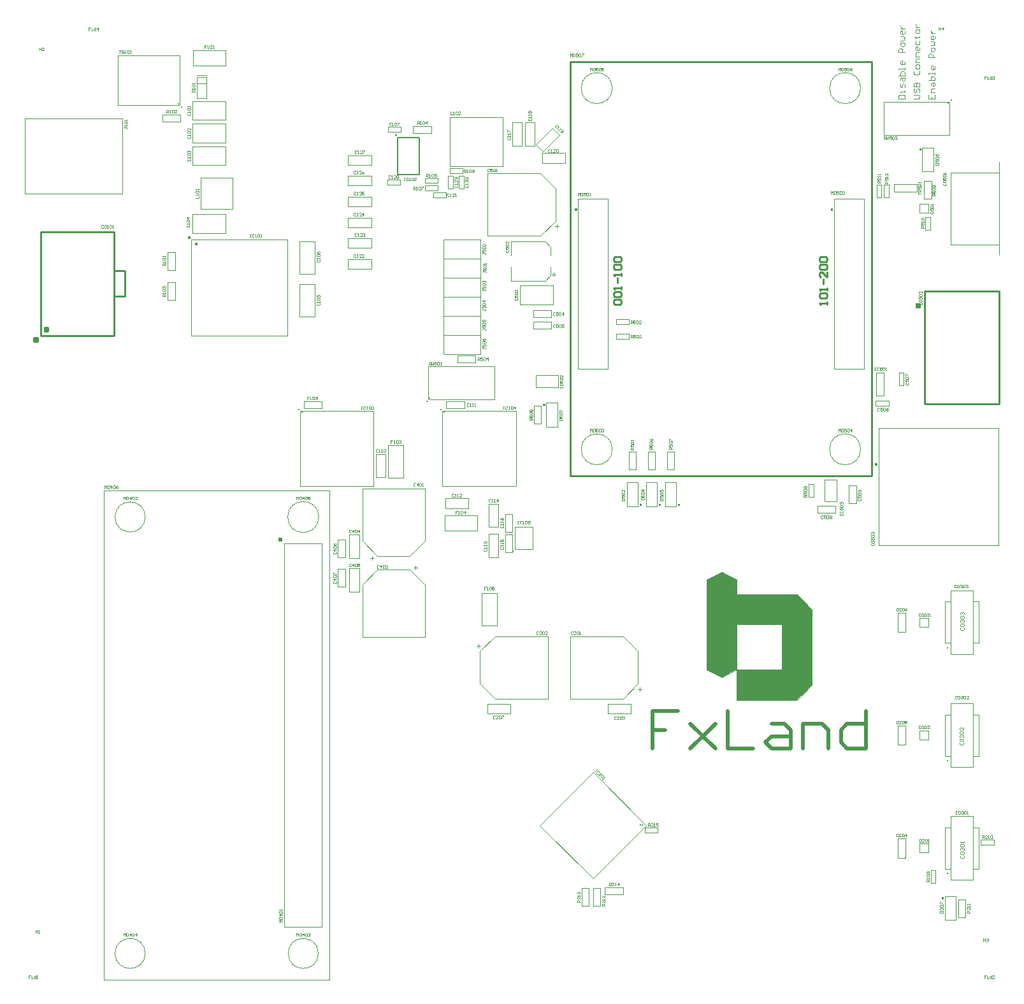
<source format=gbr>
%TF.GenerationSoftware,Altium Limited,Altium Designer,22.1.2 (22)*%
G04 Layer_Color=65535*
%FSLAX26Y26*%
%MOIN*%
%TF.SameCoordinates,747B8C89-0A35-4E4D-912B-25F4ADAE1177*%
%TF.FilePolarity,Positive*%
%TF.FileFunction,Legend,Top*%
%TF.Part,Single*%
G01*
G75*
%TA.AperFunction,NonConductor*%
%ADD97C,0.001000*%
%ADD98C,0.001968*%
%ADD99C,0.003937*%
%ADD100C,0.020000*%
%ADD101C,0.003000*%
%ADD103R,0.007874X0.007874*%
%ADD132C,0.000984*%
%ADD133C,0.009842*%
%ADD134C,0.007874*%
%ADD135C,0.010000*%
%ADD136C,0.002500*%
%ADD137R,0.007874X0.007874*%
%ADD138R,0.023622X0.023622*%
%ADD139P,0.011136X4X270.0*%
%ADD140R,0.011811X0.011811*%
%ADD141R,0.002953X0.002953*%
%ADD142R,0.015748X0.015748*%
%ADD143R,0.031496X0.031496*%
%ADD144R,0.009843X0.009843*%
G36*
X4728346Y3177165D02*
Y3098425D01*
X5043307D01*
X5122047Y3019685D01*
Y2625984D01*
X5043307Y2547244D01*
X4728346D01*
Y2704724D01*
X4964567D01*
Y2940945D01*
X4728346D01*
Y2704724D01*
X4649606Y2665354D01*
X4570866Y2704724D01*
Y2940945D01*
Y3177165D01*
X4649606Y3216535D01*
X4728346Y3177165D01*
D02*
G37*
D97*
X5498811Y5242126D02*
X5524811D01*
X5498811Y5175197D02*
Y5242126D01*
Y5175197D02*
X5524811D01*
Y5242126D01*
X5459441Y5175197D02*
X5485441D01*
Y5242126D01*
X5459441D02*
X5485441D01*
X5459441Y5175197D02*
Y5242126D01*
X5715346Y5005905D02*
X5741346D01*
Y5072835D01*
X5715346D02*
X5741346D01*
X5715346Y5005905D02*
Y5072835D01*
X5709346Y5169291D02*
Y5263779D01*
X5747346D01*
Y5169291D02*
Y5263779D01*
X5709346Y5169291D02*
X5747346D01*
X5105110Y3608268D02*
X5131110D01*
Y3675197D01*
X5105110D02*
X5131110D01*
X5105110Y3608268D02*
Y3675197D01*
X4401480Y3751968D02*
Y3846457D01*
X4363480Y3751968D02*
X4401480D01*
X4363480D02*
Y3846457D01*
X4401480D01*
X4301480Y3751968D02*
Y3846457D01*
X4263480Y3751968D02*
X4301480D01*
X4263480D02*
Y3846457D01*
X4301480D01*
X3705220Y3991535D02*
Y4086024D01*
X3667220Y3991535D02*
X3705220D01*
X3667220D02*
Y4086024D01*
X3705220D01*
X3267716Y4349709D02*
X3362205D01*
Y4311709D02*
Y4349709D01*
X3267716Y4311709D02*
X3362205D01*
X3267716D02*
Y4349709D01*
X4165945Y4437000D02*
Y4463000D01*
X4099016D02*
X4165945D01*
X4099016Y4437000D02*
Y4463000D01*
Y4437000D02*
X4165945D01*
Y4512000D02*
Y4538000D01*
X4099016D02*
X4165945D01*
X4099016Y4512000D02*
Y4538000D01*
Y4512000D02*
X4165945D01*
X4163480Y3751968D02*
Y3846457D01*
X4201480D01*
Y3751968D02*
Y3846457D01*
X4163480Y3751968D02*
X4201480D01*
X4312992Y1853142D02*
Y1879142D01*
X4246063D02*
X4312992D01*
X4246063Y1853142D02*
Y1879142D01*
Y1853142D02*
X4312992D01*
X4039370Y1566244D02*
X4133858D01*
Y1528244D02*
Y1566244D01*
X4039370Y1528244D02*
X4133858D01*
X4039370D02*
Y1566244D01*
X3918008Y1468504D02*
Y1562992D01*
X3956008D01*
Y1468504D02*
Y1562992D01*
X3918008Y1468504D02*
X3956008D01*
X4015063D02*
Y1562992D01*
X3977063Y1468504D02*
X4015063D01*
X3977063D02*
Y1562992D01*
X4015063D01*
X5924512Y1409449D02*
Y1503937D01*
X5886512Y1409449D02*
X5924512D01*
X5886512D02*
Y1503937D01*
X5924512D01*
X6005905Y1790150D02*
Y1816150D01*
Y1790150D02*
X6072835D01*
Y1816150D01*
X6005905D02*
X6072835D01*
X5742905Y1655512D02*
X5768905D01*
X5742905Y1588583D02*
Y1655512D01*
Y1588583D02*
X5768905D01*
Y1655512D01*
X3163386Y5211409D02*
Y5237409D01*
X3096457D02*
X3163386D01*
X3096457Y5211409D02*
Y5237409D01*
Y5211409D02*
X3163386D01*
X3293307Y5301961D02*
Y5327961D01*
X3226378D02*
X3293307D01*
X3226378Y5301961D02*
Y5327961D01*
Y5301961D02*
X3293307D01*
X3096457Y5250779D02*
Y5276779D01*
Y5250779D02*
X3163386D01*
Y5276779D01*
X3096457D02*
X3163386D01*
X3035433Y5550496D02*
X3129921D01*
Y5512496D02*
Y5550496D01*
X3035433Y5512496D02*
X3129921D01*
X3035433D02*
Y5550496D01*
X1752653Y4637795D02*
Y4732283D01*
X1790653D01*
Y4637795D02*
Y4732283D01*
X1752653Y4637795D02*
X1790653D01*
X1724409Y5609551D02*
X1818898D01*
Y5571551D02*
Y5609551D01*
X1724409Y5571551D02*
X1818898D01*
X1724409D02*
Y5609551D01*
X1752653Y4795276D02*
Y4889764D01*
X1790653D01*
Y4795276D02*
Y4889764D01*
X1752653Y4795276D02*
X1790653D01*
X5315646Y3574803D02*
Y3669291D01*
X5353646D01*
Y3574803D02*
Y3669291D01*
X5315646Y3574803D02*
X5353646D01*
X5149606Y3562307D02*
X5244095D01*
Y3524307D02*
Y3562307D01*
X5149606Y3524307D02*
X5244095D01*
X5149606D02*
Y3562307D01*
X5576370Y4258465D02*
X5602370D01*
X5576370Y4191535D02*
Y4258465D01*
Y4191535D02*
X5602370D01*
Y4258465D01*
X5522835Y4087000D02*
Y4113000D01*
X5455905D02*
X5522835D01*
X5455905Y4087000D02*
Y4113000D01*
Y4087000D02*
X5522835D01*
X3663386Y4488874D02*
X3757874D01*
X3663386D02*
Y4526874D01*
X3757874D01*
Y4488874D02*
Y4526874D01*
X3663386Y4547929D02*
X3757874D01*
X3663386D02*
Y4585929D01*
X3757874D01*
Y4547929D02*
Y4585929D01*
X2680417Y3137795D02*
Y3232284D01*
X2642417Y3137795D02*
X2680417D01*
X2642417D02*
Y3232284D01*
X2680417D01*
X2642417Y3291338D02*
Y3385827D01*
X2680417D01*
Y3291338D02*
Y3385827D01*
X2642417Y3291338D02*
X2680417D01*
X3274402Y5289370D02*
X3300402D01*
X3274402Y5222441D02*
Y5289370D01*
Y5222441D02*
X3300402D01*
Y5289370D01*
X3219284D02*
X3245284D01*
X3219284Y5222441D02*
Y5289370D01*
Y5222441D02*
X3245284D01*
Y5289370D01*
X2899606Y5242905D02*
Y5268905D01*
Y5242905D02*
X2966535D01*
Y5268905D01*
X2899606D02*
X2966535D01*
X3206693Y5175976D02*
Y5201976D01*
X3139764D02*
X3206693D01*
X3139764Y5175976D02*
Y5201976D01*
Y5175976D02*
X3206693D01*
X3516433Y3425197D02*
Y3519685D01*
X3554433D01*
Y3425197D02*
Y3519685D01*
X3516433Y3425197D02*
X3554433D01*
Y3317913D02*
Y3412402D01*
X3516433Y3317913D02*
X3554433D01*
X3516433D02*
Y3412402D01*
X3554433D01*
X3208661Y4109551D02*
X3303150D01*
Y4071551D02*
Y4109551D01*
X3208661Y4071551D02*
X3303150D01*
X3208661D02*
Y4109551D01*
X2464567D02*
X2559055D01*
Y4071551D02*
Y4109551D01*
X2464567Y4071551D02*
X2559055D01*
X2464567D02*
Y4109551D01*
X2970472Y5518496D02*
Y5544496D01*
X2903543D02*
X2970472D01*
X2903543Y5518496D02*
Y5544496D01*
Y5518496D02*
X2970472D01*
X5900924Y2926505D02*
X5897644Y2923225D01*
Y2916666D01*
X5900924Y2913386D01*
X5914043D01*
X5917323Y2916666D01*
Y2923225D01*
X5914043Y2926505D01*
X5897644Y2942904D02*
Y2936344D01*
X5900924Y2933064D01*
X5914043D01*
X5917323Y2936344D01*
Y2942904D01*
X5914043Y2946184D01*
X5900924D01*
X5897644Y2942904D01*
X5900924Y2952743D02*
X5897644Y2956023D01*
Y2962582D01*
X5900924Y2965862D01*
X5904204D01*
X5907484Y2962582D01*
Y2959302D01*
Y2962582D01*
X5910763Y2965862D01*
X5914043D01*
X5917323Y2962582D01*
Y2956023D01*
X5914043Y2952743D01*
X5900924Y2972422D02*
X5897644Y2975701D01*
Y2982261D01*
X5900924Y2985541D01*
X5914043D01*
X5917323Y2982261D01*
Y2975701D01*
X5914043Y2972422D01*
X5900924D01*
Y2992100D02*
X5897644Y2995380D01*
Y3001939D01*
X5900924Y3005219D01*
X5904204D01*
X5907484Y3001939D01*
Y2998660D01*
Y3001939D01*
X5910763Y3005219D01*
X5914043D01*
X5917323Y3001939D01*
Y2995380D01*
X5914043Y2992100D01*
X5900924Y1733591D02*
X5897644Y1730312D01*
Y1723752D01*
X5900924Y1720472D01*
X5914043D01*
X5917323Y1723752D01*
Y1730312D01*
X5914043Y1733591D01*
X5897644Y1749990D02*
Y1743431D01*
X5900924Y1740151D01*
X5914043D01*
X5917323Y1743431D01*
Y1749990D01*
X5914043Y1753270D01*
X5900924D01*
X5897644Y1749990D01*
X5900924Y1759830D02*
X5897644Y1763109D01*
Y1769669D01*
X5900924Y1772949D01*
X5904204D01*
X5907484Y1769669D01*
Y1766389D01*
Y1769669D01*
X5910763Y1772949D01*
X5914043D01*
X5917323Y1769669D01*
Y1763109D01*
X5914043Y1759830D01*
X5900924Y1779508D02*
X5897644Y1782788D01*
Y1789348D01*
X5900924Y1792627D01*
X5914043D01*
X5917323Y1789348D01*
Y1782788D01*
X5914043Y1779508D01*
X5900924D01*
X5917323Y1799187D02*
Y1805746D01*
Y1802467D01*
X5897644D01*
X5900924Y1799187D01*
X5896987Y2324143D02*
X5893707Y2320863D01*
Y2314303D01*
X5896987Y2311024D01*
X5910106D01*
X5913386Y2314303D01*
Y2320863D01*
X5910106Y2324143D01*
X5893707Y2340541D02*
Y2333982D01*
X5896987Y2330702D01*
X5910106D01*
X5913386Y2333982D01*
Y2340541D01*
X5910106Y2343821D01*
X5896987D01*
X5893707Y2340541D01*
X5896987Y2350381D02*
X5893707Y2353661D01*
Y2360220D01*
X5896987Y2363500D01*
X5900267D01*
X5903547Y2360220D01*
Y2356940D01*
Y2360220D01*
X5906826Y2363500D01*
X5910106D01*
X5913386Y2360220D01*
Y2353661D01*
X5910106Y2350381D01*
X5896987Y2370059D02*
X5893707Y2373339D01*
Y2379899D01*
X5896987Y2383178D01*
X5910106D01*
X5913386Y2379899D01*
Y2373339D01*
X5910106Y2370059D01*
X5896987D01*
X5913386Y2402857D02*
Y2389738D01*
X5900267Y2402857D01*
X5896987D01*
X5893707Y2399577D01*
Y2393018D01*
X5896987Y2389738D01*
D98*
X1492125Y5657480D02*
X1814961D01*
X1492125Y5917324D02*
X1814961D01*
X1492125Y5657480D02*
Y5917324D01*
X1814961Y5657480D02*
Y5917324D01*
X1925197Y5279528D02*
X2090552D01*
X1925197Y5114173D02*
X2090552D01*
Y5279528D01*
X1925197Y5114173D02*
Y5279528D01*
X5188974Y3584646D02*
X5251969D01*
X5188974Y3698821D02*
X5251969D01*
X5188974Y3584646D02*
Y3698821D01*
X5251969Y3584646D02*
Y3698821D01*
X3793307Y4182281D02*
Y4245276D01*
X3679132Y4182281D02*
Y4245276D01*
Y4182281D02*
X3793307D01*
X3679132Y4245276D02*
X3793307D01*
X3566929Y3452756D02*
X3661418D01*
X3566929Y3334645D02*
X3661418D01*
Y3452756D01*
X3566929Y3334645D02*
Y3452756D01*
X3187008Y4059055D02*
X3572836D01*
X3187008Y3665345D02*
X3572836D01*
Y4059055D01*
X3187008Y3665345D02*
Y4059055D01*
X2442913D02*
X2828742D01*
X2442913Y3665345D02*
X2828742D01*
Y4059055D01*
X2442913Y3665345D02*
Y4059055D01*
X1905510Y5695866D02*
X1952756D01*
X1905510Y5806103D02*
X1952756D01*
X1905510Y5695866D02*
Y5806103D01*
X1952756Y5695866D02*
Y5806103D01*
X3594165Y4616142D02*
X3767717D01*
X3594165D02*
Y4714567D01*
X3767717D01*
Y4616142D02*
Y4714567D01*
X2754347Y3112205D02*
Y3234252D01*
X2702347D02*
X2754347D01*
X2702347Y3112205D02*
X2754347D01*
X2702347D02*
Y3234252D01*
X2702346Y3289370D02*
Y3411417D01*
Y3289370D02*
X2754346D01*
X2702346Y3411417D02*
X2754346D01*
Y3289370D02*
Y3411417D01*
X3423228Y2526000D02*
X3545276D01*
X3423228Y2474000D02*
Y2526000D01*
X3545276Y2474000D02*
Y2526000D01*
X3423228Y2474000D02*
X3545276D01*
X4053150D02*
X4175197D01*
Y2526000D01*
X4053150Y2474000D02*
Y2526000D01*
X4175197D01*
X2694882Y5344065D02*
X2816929D01*
Y5396065D01*
X2694882Y5344065D02*
Y5396065D01*
X2816929D01*
X2694882Y5237766D02*
X2816929D01*
Y5289766D01*
X2694882Y5237766D02*
Y5289766D01*
X2816929D01*
X2694882Y5127530D02*
X2816929D01*
Y5179530D01*
X2694882Y5127530D02*
Y5179530D01*
X2816929D01*
X2694882Y5017294D02*
X2816929D01*
Y5069294D01*
X2694882Y5017294D02*
Y5069294D01*
X2816929D01*
X2694882Y4910995D02*
X2816929D01*
Y4962995D01*
X2694882Y4910995D02*
Y4962995D01*
X2816929D01*
X2694882Y4800759D02*
X2816929D01*
Y4852759D01*
X2694882Y4800759D02*
Y4852759D01*
X2816929D01*
X3710630Y5407890D02*
X3832677D01*
X3710630Y5355890D02*
Y5407890D01*
X3832677Y5355890D02*
Y5407890D01*
X3710630Y5355890D02*
X3832677D01*
X3678622Y5451613D02*
X3764923Y5537913D01*
X3678622Y5451613D02*
X3715392Y5414843D01*
X3764923Y5537913D02*
X3801693Y5501143D01*
X3715392Y5414843D02*
X3801693Y5501143D01*
X3619669Y5446850D02*
Y5568898D01*
Y5446850D02*
X3671669D01*
X3619669Y5568898D02*
X3671669D01*
Y5446850D02*
Y5568898D01*
X3552740Y5446850D02*
Y5568898D01*
Y5446850D02*
X3604740D01*
X3552740Y5568898D02*
X3604740D01*
Y5446850D02*
Y5568898D01*
X3430693Y3450787D02*
Y3572835D01*
Y3450787D02*
X3482693D01*
X3430693Y3572835D02*
X3482693D01*
Y3450787D02*
Y3572835D01*
Y3293307D02*
Y3415354D01*
X3430693D02*
X3482693D01*
X3430693Y3293307D02*
X3482693D01*
X3430693D02*
Y3415354D01*
X3202756Y3600803D02*
X3324803D01*
X3202756Y3548803D02*
Y3600803D01*
X3324803Y3548803D02*
Y3600803D01*
X3202756Y3548803D02*
X3324803D01*
X2840142Y3710630D02*
Y3832677D01*
Y3710630D02*
X2892142D01*
X2840142Y3832677D02*
X2892142D01*
Y3710630D02*
Y3832677D01*
X1881567Y4990158D02*
X2055118D01*
X1881567D02*
Y5088583D01*
X2055118D01*
Y4990158D02*
Y5088583D01*
X1881567Y5344488D02*
X2055118D01*
X1881567D02*
Y5442913D01*
X2055118D01*
Y5344488D02*
Y5442913D01*
X1881567Y5462598D02*
X2055118D01*
X1881567D02*
Y5561024D01*
X2055118D01*
Y5462598D02*
Y5561024D01*
X1881567Y5580709D02*
X2055118D01*
X1881567D02*
Y5679134D01*
X2055118D01*
Y5580709D02*
Y5679134D01*
D99*
X5376439Y5748032D02*
G03*
X5376439Y5748032I-81163J0D01*
G01*
X4077227D02*
G03*
X4077227Y5748032I-81163J0D01*
G01*
Y3858268D02*
G03*
X4077227Y3858268I-81163J0D01*
G01*
X5376439D02*
G03*
X5376439Y3858268I-81163J0D01*
G01*
X2541793Y3503937D02*
G03*
X2541793Y3503937I-81163J0D01*
G01*
X2539370Y1220472D02*
G03*
X2539370Y1220472I-78740J0D01*
G01*
X1633858D02*
G03*
X1633858Y1220472I-78740J0D01*
G01*
Y3503937D02*
G03*
X1633858Y3503937I-78740J0D01*
G01*
X5550236Y5206378D02*
X5670236D01*
X5550236D02*
Y5246378D01*
X5670236D01*
Y5206378D02*
Y5246378D01*
X5393701Y4279528D02*
Y5169291D01*
X5236220Y4279528D02*
Y5169291D01*
X5393701D01*
X5236220Y4279528D02*
X5393701D01*
X3897638Y4279528D02*
X4055118D01*
X3897638D02*
Y5169291D01*
X4055118D01*
X4055118Y4279528D01*
X3881890Y5110236D02*
X3889764D01*
Y5118110D01*
X3881890D02*
X3889764D01*
X3881890Y5110236D02*
Y5118110D01*
Y5110236D02*
X3881890D01*
X3889764Y5118110D01*
Y5110236D02*
Y5118110D01*
X3889764Y5110236D02*
X3889764D01*
X3881890Y5118110D02*
X3889764Y5110236D01*
X5220472Y5118110D02*
X5228346Y5110236D01*
X5228346D01*
Y5118110D01*
X5220472Y5110236D02*
X5228346Y5118110D01*
X5220472Y5110236D02*
X5220472D01*
X5220472D02*
Y5118110D01*
X5228346D01*
Y5110236D02*
Y5118110D01*
X5220472Y5110236D02*
X5228346D01*
X5393701Y5169291D02*
X5393701Y4279528D01*
X5236220Y5169291D02*
X5393701D01*
X5236220Y4279528D02*
Y5169291D01*
Y4279528D02*
X5393701D01*
X3897638Y4279528D02*
X4055118D01*
X3897638Y5169291D02*
X4055118D01*
X3897638Y4279528D02*
Y5169291D01*
X4055118Y4279528D02*
Y5169291D01*
X5220472Y5118110D02*
X5228346Y5110236D01*
X5228346D01*
Y5118110D01*
X5220472Y5110236D02*
X5228346Y5118110D01*
X5220472Y5110236D02*
X5220472D01*
X5220472D02*
Y5118110D01*
X5228346D01*
Y5110236D02*
Y5118110D01*
X5220472Y5110236D02*
X5228346D01*
X5393701Y5169291D02*
X5393701Y4279528D01*
X5236220Y5169291D02*
X5393701D01*
X5236220Y4279528D02*
Y5169291D01*
Y4279528D02*
X5393701D01*
X3897638D02*
X4055118D01*
X3897638D02*
Y5169291D01*
X4055118D01*
X4055118Y4279528D01*
X3881890Y5110236D02*
X3889764D01*
Y5118110D01*
X3881890D02*
X3889764D01*
X3881890Y5110236D02*
Y5118110D01*
Y5110236D02*
X3881890D01*
X3889764Y5118110D01*
Y5110236D02*
Y5118110D01*
X3889764Y5110236D02*
X3889764D01*
X3881890Y5118110D02*
X3889764Y5110236D01*
X1417323Y1082677D02*
Y3641732D01*
X2598425Y1082677D02*
Y3641732D01*
X1417323Y1082677D02*
X2598425D01*
X1417323Y3641732D02*
X2598425D01*
X2362205Y3366142D02*
X2559055D01*
X2362205Y1358268D02*
X2559055D01*
Y3366142D01*
X2362205Y1358268D02*
Y3366142D01*
X5043307Y3098425D02*
X5122047Y3019685D01*
X5043307Y3098425D02*
X5043307D01*
X4728346D02*
X5043307D01*
X5043307Y2547244D02*
X5122047Y2625984D01*
X5043307Y2547244D02*
X5043307D01*
X4728346D02*
X5043307D01*
X4728346D02*
Y2704724D01*
X4570866D02*
Y3177165D01*
X5122047Y2625984D02*
Y3019685D01*
X4728346Y2940945D02*
Y2940945D01*
Y3098425D02*
Y3177165D01*
X4570866Y2704724D02*
X4649606Y2665354D01*
X4728346Y2704724D01*
X4570866Y3177165D02*
X4649606Y3216535D01*
X4728346Y3177165D01*
Y2704724D02*
Y2940945D01*
X4964567Y2704724D02*
Y2940945D01*
X4728346D02*
X4964567D01*
X4728346Y2704724D02*
X4964567D01*
X3228346Y5340551D02*
Y5596457D01*
X3503937Y5340551D02*
Y5596457D01*
X3228346D02*
X3503937D01*
X3228346Y5340551D02*
X3503937D01*
X3386811Y4356299D02*
Y4456299D01*
X3193504Y4356299D02*
X3386811D01*
X3193504D02*
Y4456299D01*
X3386811D01*
Y4556299D01*
X3193504Y4456299D02*
X3386811D01*
X3193504D02*
Y4556299D01*
X3386811D01*
Y4656299D01*
X3193504Y4556299D02*
X3386811D01*
X3193504D02*
Y4656299D01*
X3386811D01*
Y4756299D01*
X3193504Y4656299D02*
X3386811D01*
X3193504D02*
Y4756299D01*
X3386811D01*
X3193110Y4856299D02*
Y4956299D01*
X3386417D01*
Y4856299D02*
Y4956299D01*
X3193110Y4856299D02*
X3386417D01*
X3386811Y4756299D02*
Y4856299D01*
X3193504Y4756299D02*
X3386811D01*
X3193504D02*
Y4856299D01*
X3386811D01*
X1003937Y5196850D02*
Y5590551D01*
X1515748Y5196850D02*
Y5590551D01*
X1003937D02*
X1515748D01*
X1003937Y5196850D02*
X1515748D01*
X5498740Y4140000D02*
Y4260000D01*
X5458740Y4140000D02*
X5498740D01*
X5458740D02*
Y4260000D01*
X5498740D01*
X1874016Y4452756D02*
Y4956693D01*
X2377953Y4452756D02*
Y4956693D01*
X1874016D02*
X2377953D01*
X1874016Y4452756D02*
X2377953D01*
X3395669Y2936653D02*
Y3106653D01*
Y2936653D02*
X3474410D01*
Y3106653D01*
X3395669D02*
X3474410D01*
X3202402Y3433071D02*
X3372402D01*
Y3511811D01*
X3202402D02*
X3372402D01*
X3202402Y3433071D02*
Y3511811D01*
X2984252Y3710276D02*
Y3880276D01*
X2905512D02*
X2984252D01*
X2905512Y3710276D02*
Y3880276D01*
Y3710276D02*
X2984252D01*
X1883504Y5866142D02*
X2053504D01*
Y5944882D01*
X1883504D02*
X2053504D01*
X1883504Y5866142D02*
Y5944882D01*
X5684055Y5426181D02*
X5688976Y5431102D01*
X5683071Y5432087D02*
X5687992Y5427165D01*
X5683071Y5431102D02*
Y5432087D01*
Y5431102D02*
X5689961Y5424213D01*
X5683071D02*
X5689961D01*
X5683071D02*
Y5432087D01*
X5689961D01*
Y5424213D02*
Y5432087D01*
X5757874Y5312016D02*
Y5436016D01*
X5699803D02*
X5757874D01*
X5698819Y5312016D02*
X5757874D01*
X5698819D02*
Y5436016D01*
X4421850Y3564961D02*
X4426771Y3569882D01*
X4422834Y3568898D02*
X4427756Y3563976D01*
Y3564961D01*
X4420866Y3571850D02*
X4427756Y3564961D01*
X4420866Y3571850D02*
X4427756D01*
Y3563976D02*
Y3571850D01*
X4420866Y3563976D02*
X4427756D01*
X4420866D02*
Y3571850D01*
X4352953Y3560047D02*
Y3684047D01*
Y3560047D02*
X4411024D01*
X4352953Y3684047D02*
X4412008D01*
Y3560047D02*
Y3684047D01*
X4321850Y3564961D02*
X4326771Y3569882D01*
X4322834Y3568898D02*
X4327756Y3563976D01*
Y3564961D01*
X4320866Y3571850D02*
X4327756Y3564961D01*
X4320866Y3571850D02*
X4327756D01*
Y3563976D02*
Y3571850D01*
X4320866Y3563976D02*
X4327756D01*
X4320866D02*
Y3571850D01*
X4252953Y3560047D02*
Y3684047D01*
Y3560047D02*
X4311024D01*
X4252953Y3684047D02*
X4312008D01*
Y3560047D02*
Y3684047D01*
X3716929Y4090945D02*
X3721850Y4095866D01*
X3715945Y4096850D02*
X3720866Y4091929D01*
X3715945Y4095866D02*
Y4096850D01*
Y4095866D02*
X3722835Y4088976D01*
X3715945D02*
X3722835D01*
X3715945D02*
Y4096850D01*
X3722835D01*
Y4088976D02*
Y4096850D01*
X3790748Y3976780D02*
Y4100779D01*
X3732677D02*
X3790748D01*
X3731693Y3976780D02*
X3790748D01*
X3731693D02*
Y4100779D01*
X4221850Y3564961D02*
X4226771Y3569882D01*
X4222834Y3568898D02*
X4227756Y3563976D01*
Y3564961D01*
X4220866Y3571850D02*
X4227756Y3564961D01*
X4220866Y3571850D02*
X4227756D01*
Y3563976D02*
Y3571850D01*
X4220866Y3563976D02*
X4227756D01*
X4220866D02*
Y3571850D01*
X4152953Y3560047D02*
Y3684047D01*
Y3560047D02*
X4211024D01*
X4152953Y3684047D02*
X4212008D01*
Y3560047D02*
Y3684047D01*
X5802165Y1508858D02*
X5807087Y1513780D01*
X5801181Y1514764D02*
X5806102Y1509842D01*
X5801181Y1513780D02*
Y1514764D01*
Y1513780D02*
X5808071Y1506890D01*
X5801181D02*
X5808071D01*
X5801181D02*
Y1514764D01*
X5808071D01*
Y1506890D02*
Y1514764D01*
X5875984Y1394693D02*
Y1518693D01*
X5817913D02*
X5875984D01*
X5816929Y1394693D02*
X5875984D01*
X5816929D02*
Y1518693D01*
X1905512Y5813976D02*
X1952756D01*
X1905512Y5770669D02*
X1952756D01*
X5472441Y3354331D02*
X6098425D01*
X5472441Y3968504D02*
X6098425D01*
X5472441Y3354331D02*
Y3968504D01*
X6098425Y3354331D02*
Y3968504D01*
X3547244Y4872520D02*
Y4946850D01*
X3726244D01*
X3755905Y4917189D01*
Y4872520D02*
Y4917189D01*
X3547244Y4738189D02*
Y4812520D01*
Y4738189D02*
X3726244D01*
X3755905Y4767850D01*
Y4812520D01*
X3771575Y4762520D02*
Y4782520D01*
X3761575Y4772520D02*
X3781575D01*
X3779528Y5110236D02*
Y5165354D01*
X3425197Y5301181D02*
X3700787D01*
X3425197Y4974409D02*
Y5301181D01*
X3779291Y5024488D02*
X3799291D01*
X3789291Y5014488D02*
Y5034488D01*
X3779528Y5165354D02*
Y5222441D01*
X3700787Y5301181D02*
X3779528Y5222441D01*
Y5110236D02*
Y5165354D01*
X3425197Y4974409D02*
X3700787D01*
X3425197D02*
Y5301181D01*
X3779528Y5053150D02*
Y5110236D01*
X3700787Y4974409D02*
X3779528Y5053150D01*
X2906102Y3228347D02*
X2961220D01*
X2770276Y2874016D02*
Y3149606D01*
Y2874016D02*
X3097047D01*
X3046968Y3228110D02*
Y3248110D01*
X3036968Y3238110D02*
X3056968D01*
X2849016Y3228347D02*
X2906102D01*
X2770276Y3149606D02*
X2849016Y3228347D01*
X2906102D02*
X2961220D01*
X3097047Y2874016D02*
Y3149606D01*
X2770276Y2874016D02*
X3097047D01*
X2961220Y3228347D02*
X3018307D01*
X3097047Y3149606D01*
X2906102Y3299016D02*
X2961220D01*
X3097047Y3377756D02*
Y3653347D01*
X2770276D02*
X3097047D01*
X2820354Y3279252D02*
Y3299252D01*
X2810354Y3289252D02*
X2830354D01*
X2961220Y3299016D02*
X3018307D01*
X3097047Y3377756D01*
X2906102Y3299016D02*
X2961220D01*
X2770276Y3377756D02*
Y3653347D01*
X3097047D01*
X2849016Y3299016D02*
X2906102D01*
X2770276Y3377756D02*
X2849016Y3299016D01*
X3385827Y2688976D02*
Y2744095D01*
X3464567Y2553150D02*
X3740157D01*
Y2879921D01*
X3366063Y2829843D02*
X3386063D01*
X3376063Y2819843D02*
Y2839843D01*
X3385827Y2631890D02*
Y2688976D01*
Y2631890D02*
X3464567Y2553150D01*
X3385827Y2688976D02*
Y2744095D01*
X3464567Y2879921D02*
X3740157D01*
Y2553150D02*
Y2879921D01*
X3385827Y2744095D02*
Y2801181D01*
X3464567Y2879921D01*
X4212599Y2688976D02*
Y2744095D01*
X3858268Y2879921D02*
X4133858D01*
X3858268Y2553150D02*
Y2879921D01*
X4212362Y2603228D02*
X4232362D01*
X4222362Y2593228D02*
Y2613228D01*
X4212599Y2744095D02*
Y2801181D01*
X4133858Y2879921D02*
X4212599Y2801181D01*
Y2688976D02*
Y2744095D01*
X3858268Y2553150D02*
X4133858D01*
X3858268D02*
Y2879921D01*
X4212599Y2631890D02*
Y2688976D01*
X4133858Y2553150D02*
X4212599Y2631890D01*
X2440945Y4777205D02*
X2519685D01*
X2440945D02*
Y4947205D01*
X2519685D01*
Y4777205D02*
Y4947205D01*
X2440945Y4722795D02*
X2519685D01*
Y4552795D02*
Y4722795D01*
X2440945Y4552795D02*
X2519685D01*
X2440945D02*
Y4722795D01*
X5653553Y5692914D02*
X5679792D01*
X5685039Y5698161D01*
Y5708657D01*
X5679792Y5713904D01*
X5653553D01*
X5658801Y5745390D02*
X5653553Y5740142D01*
Y5729647D01*
X5658801Y5724400D01*
X5664049D01*
X5669296Y5729647D01*
Y5740142D01*
X5674544Y5745390D01*
X5679792D01*
X5685039Y5740142D01*
Y5729647D01*
X5679792Y5724400D01*
X5653553Y5755885D02*
X5685039D01*
Y5771628D01*
X5679792Y5776876D01*
X5674544D01*
X5669296Y5771628D01*
Y5755885D01*
Y5771628D01*
X5664049Y5776876D01*
X5658801D01*
X5653553Y5771628D01*
Y5755885D01*
X5658801Y5839848D02*
X5653553Y5834600D01*
Y5824105D01*
X5658801Y5818857D01*
X5679792D01*
X5685039Y5824105D01*
Y5834600D01*
X5679792Y5839848D01*
X5685039Y5855591D02*
Y5866086D01*
X5679792Y5871334D01*
X5669296D01*
X5664049Y5866086D01*
Y5855591D01*
X5669296Y5850343D01*
X5679792D01*
X5685039Y5855591D01*
Y5881829D02*
X5664049D01*
Y5897572D01*
X5669296Y5902820D01*
X5685039D01*
Y5913315D02*
X5664049D01*
Y5929058D01*
X5669296Y5934306D01*
X5685039D01*
Y5960544D02*
Y5950048D01*
X5679792Y5944801D01*
X5669296D01*
X5664049Y5950048D01*
Y5960544D01*
X5669296Y5965791D01*
X5674544D01*
Y5944801D01*
X5664049Y5997277D02*
Y5981534D01*
X5669296Y5976287D01*
X5679792D01*
X5685039Y5981534D01*
Y5997277D01*
X5658801Y6013020D02*
X5664049D01*
Y6007773D01*
Y6018268D01*
Y6013020D01*
X5679792D01*
X5685039Y6018268D01*
Y6039259D02*
Y6049754D01*
X5679792Y6055002D01*
X5669296D01*
X5664049Y6049754D01*
Y6039259D01*
X5669296Y6034011D01*
X5679792D01*
X5685039Y6039259D01*
X5664049Y6065497D02*
X5685039D01*
X5674544D01*
X5669296Y6070744D01*
X5664049Y6075992D01*
Y6081240D01*
X5732293Y5713904D02*
Y5692913D01*
X5763779D01*
Y5713904D01*
X5748036Y5692913D02*
Y5703409D01*
X5763779Y5724399D02*
X5742789D01*
Y5740142D01*
X5748036Y5745390D01*
X5763779D01*
X5742789Y5761133D02*
Y5771628D01*
X5748036Y5776876D01*
X5763779D01*
Y5761133D01*
X5758532Y5755885D01*
X5753284Y5761133D01*
Y5776876D01*
X5732293Y5787371D02*
X5763779D01*
Y5803114D01*
X5758532Y5808362D01*
X5753284D01*
X5748036D01*
X5742789Y5803114D01*
Y5787371D01*
X5763779Y5818857D02*
Y5829352D01*
Y5824105D01*
X5732293D01*
Y5818857D01*
X5763779Y5860838D02*
Y5850343D01*
X5758532Y5845095D01*
X5748036D01*
X5742789Y5850343D01*
Y5860838D01*
X5748036Y5866086D01*
X5753284D01*
Y5845095D01*
X5763779Y5908067D02*
X5732293D01*
Y5923810D01*
X5737541Y5929058D01*
X5748036D01*
X5753284Y5923810D01*
Y5908067D01*
X5763779Y5944801D02*
Y5955296D01*
X5758532Y5960544D01*
X5748036D01*
X5742789Y5955296D01*
Y5944801D01*
X5748036Y5939553D01*
X5758532D01*
X5763779Y5944801D01*
X5742789Y5971039D02*
X5758532D01*
X5763779Y5976287D01*
X5758532Y5981534D01*
X5763779Y5986782D01*
X5758532Y5992030D01*
X5742789D01*
X5763779Y6018268D02*
Y6007773D01*
X5758532Y6002525D01*
X5748036D01*
X5742789Y6007773D01*
Y6018268D01*
X5748036Y6023516D01*
X5753284D01*
Y6002525D01*
X5742789Y6034011D02*
X5763779D01*
X5753284D01*
X5748036Y6039258D01*
X5742789Y6044506D01*
Y6049754D01*
X5574813Y5692913D02*
X5606299D01*
Y5708657D01*
X5601051Y5713904D01*
X5580061D01*
X5574813Y5708657D01*
Y5692913D01*
X5606299Y5724399D02*
Y5734895D01*
Y5729647D01*
X5585309D01*
Y5724399D01*
X5606299Y5750638D02*
Y5766381D01*
X5601051Y5771628D01*
X5595804Y5766381D01*
Y5755885D01*
X5590556Y5750638D01*
X5585309Y5755885D01*
Y5771628D01*
Y5787371D02*
Y5797867D01*
X5590556Y5803114D01*
X5606299D01*
Y5787371D01*
X5601051Y5782124D01*
X5595804Y5787371D01*
Y5803114D01*
X5574813Y5813609D02*
X5606299D01*
Y5829352D01*
X5601051Y5834600D01*
X5595804D01*
X5590556D01*
X5585309Y5829352D01*
Y5813609D01*
X5606299Y5845095D02*
Y5855591D01*
Y5850343D01*
X5574813D01*
Y5845095D01*
X5606299Y5887077D02*
Y5876581D01*
X5601051Y5871334D01*
X5590556D01*
X5585309Y5876581D01*
Y5887077D01*
X5590556Y5892324D01*
X5595804D01*
Y5871334D01*
X5606299Y5934306D02*
X5574813D01*
Y5950048D01*
X5580061Y5955296D01*
X5590556D01*
X5595804Y5950048D01*
Y5934306D01*
X5606299Y5971039D02*
Y5981534D01*
X5601051Y5986782D01*
X5590556D01*
X5585309Y5981534D01*
Y5971039D01*
X5590556Y5965791D01*
X5601051D01*
X5606299Y5971039D01*
X5585309Y5997277D02*
X5601051D01*
X5606299Y6002525D01*
X5601051Y6007773D01*
X5606299Y6013020D01*
X5601051Y6018268D01*
X5585309D01*
X5606299Y6044506D02*
Y6034011D01*
X5601051Y6028763D01*
X5590556D01*
X5585309Y6034011D01*
Y6044506D01*
X5590556Y6049754D01*
X5595804D01*
Y6028763D01*
X5585309Y6060249D02*
X5606299D01*
X5595804D01*
X5590556Y6065497D01*
X5585309Y6070744D01*
Y6075992D01*
D100*
X4420085Y2488157D02*
X4288894D01*
Y2389764D01*
X4354490D01*
X4288894D01*
Y2291370D01*
X4485681Y2422562D02*
X4616872Y2291370D01*
X4551276Y2356966D01*
X4616872Y2422562D01*
X4485681Y2291370D01*
X4682468Y2488157D02*
Y2291370D01*
X4813659D01*
X4912052Y2422562D02*
X4977648D01*
X5010446Y2389764D01*
Y2291370D01*
X4912052D01*
X4879255Y2324168D01*
X4912052Y2356966D01*
X5010446D01*
X5076041Y2291370D02*
Y2422562D01*
X5174435D01*
X5207233Y2389764D01*
Y2291370D01*
X5404019Y2488157D02*
Y2291370D01*
X5305626D01*
X5272828Y2324168D01*
Y2389764D01*
X5305626Y2422562D01*
X5404019D01*
D101*
X2350017Y1384833D02*
X2335022D01*
X2340020Y1389832D01*
X2335022Y1394830D01*
X2350017D01*
X2335022Y1407326D02*
Y1402328D01*
X2337521Y1399828D01*
X2347518D01*
X2350017Y1402328D01*
Y1407326D01*
X2347518Y1409825D01*
X2337521D01*
X2335022Y1407326D01*
X2350017Y1422321D02*
X2335022D01*
X2342520Y1414823D01*
Y1424820D01*
X2337521Y1429819D02*
X2335022Y1432318D01*
Y1437316D01*
X2337521Y1439815D01*
X2347518D01*
X2350017Y1437316D01*
Y1432318D01*
X2347518Y1429819D01*
X2337521D01*
X2350017Y1444814D02*
Y1449812D01*
Y1447313D01*
X2335022D01*
X2337521Y1444814D01*
X1421704Y3653920D02*
Y3668915D01*
X1426703Y3663916D01*
X1431701Y3668915D01*
Y3653920D01*
X1444197Y3668915D02*
X1439198D01*
X1436699Y3666416D01*
Y3656419D01*
X1439198Y3653920D01*
X1444197D01*
X1446696Y3656419D01*
Y3666416D01*
X1444197Y3668915D01*
X1459192Y3653920D02*
Y3668915D01*
X1451695Y3661417D01*
X1461691D01*
X1466690Y3666416D02*
X1469189Y3668915D01*
X1474187D01*
X1476687Y3666416D01*
Y3656419D01*
X1474187Y3653920D01*
X1469189D01*
X1466690Y3656419D01*
Y3666416D01*
X1491682Y3668915D02*
X1486683Y3666416D01*
X1481685Y3661417D01*
Y3656419D01*
X1484184Y3653920D01*
X1489182D01*
X1491682Y3656419D01*
Y3658918D01*
X1489182Y3661417D01*
X1481685D01*
X2425641Y3594865D02*
Y3609860D01*
X2430640Y3604861D01*
X2435638Y3609860D01*
Y3594865D01*
X2448134Y3609860D02*
X2443135D01*
X2440636Y3607361D01*
Y3597364D01*
X2443135Y3594865D01*
X2448134D01*
X2450633Y3597364D01*
Y3607361D01*
X2448134Y3609860D01*
X2463129Y3594865D02*
Y3609860D01*
X2455631Y3602362D01*
X2465628D01*
X2470627Y3607361D02*
X2473126Y3609860D01*
X2478124D01*
X2480624Y3607361D01*
Y3597364D01*
X2478124Y3594865D01*
X2473126D01*
X2470627Y3597364D01*
Y3607361D01*
X2495619Y3609860D02*
X2485622D01*
Y3602362D01*
X2490620Y3604861D01*
X2493119D01*
X2495619Y3602362D01*
Y3597364D01*
X2493119Y3594865D01*
X2488121D01*
X2485622Y3597364D01*
X1520129Y1311400D02*
Y1326395D01*
X1525128Y1321397D01*
X1530126Y1326395D01*
Y1311400D01*
X1542622Y1326395D02*
X1537624D01*
X1535124Y1323896D01*
Y1313899D01*
X1537624Y1311400D01*
X1542622D01*
X1545121Y1313899D01*
Y1323896D01*
X1542622Y1326395D01*
X1557617Y1311400D02*
Y1326395D01*
X1550120Y1318898D01*
X1560117D01*
X1565115Y1323896D02*
X1567614Y1326395D01*
X1572612D01*
X1575112Y1323896D01*
Y1313899D01*
X1572612Y1311400D01*
X1567614D01*
X1565115Y1313899D01*
Y1323896D01*
X1587608Y1311400D02*
Y1326395D01*
X1580110Y1318898D01*
X1590107D01*
X2425641Y1311400D02*
Y1326395D01*
X2430640Y1321397D01*
X2435638Y1326395D01*
Y1311400D01*
X2448134Y1326395D02*
X2443135D01*
X2440636Y1323896D01*
Y1313899D01*
X2443135Y1311400D01*
X2448134D01*
X2450633Y1313899D01*
Y1323896D01*
X2448134Y1326395D01*
X2463129Y1311400D02*
Y1326395D01*
X2455631Y1318898D01*
X2465628D01*
X2470627Y1323896D02*
X2473126Y1326395D01*
X2478124D01*
X2480624Y1323896D01*
Y1313899D01*
X2478124Y1311400D01*
X2473126D01*
X2470627Y1313899D01*
Y1323896D01*
X2485622D02*
X2488121Y1326395D01*
X2493119D01*
X2495619Y1323896D01*
Y1321397D01*
X2493119Y1318898D01*
X2490620D01*
X2493119D01*
X2495619Y1316398D01*
Y1313899D01*
X2493119Y1311400D01*
X2488121D01*
X2485622Y1313899D01*
X1520129Y3594865D02*
Y3609860D01*
X1525128Y3604861D01*
X1530126Y3609860D01*
Y3594865D01*
X1542622Y3609860D02*
X1537624D01*
X1535124Y3607361D01*
Y3597364D01*
X1537624Y3594865D01*
X1542622D01*
X1545121Y3597364D01*
Y3607361D01*
X1542622Y3609860D01*
X1557617Y3594865D02*
Y3609860D01*
X1550120Y3602362D01*
X1560117D01*
X1565115Y3607361D02*
X1567614Y3609860D01*
X1572612D01*
X1575112Y3607361D01*
Y3597364D01*
X1572612Y3594865D01*
X1567614D01*
X1565115Y3597364D01*
Y3607361D01*
X1590107Y3594865D02*
X1580110D01*
X1590107Y3604861D01*
Y3607361D01*
X1587608Y3609860D01*
X1582609D01*
X1580110Y3607361D01*
X3856169Y5913650D02*
Y5928645D01*
X3861168Y5923646D01*
X3866166Y5928645D01*
Y5913650D01*
X3878662Y5928645D02*
X3873664D01*
X3871164Y5926146D01*
Y5916149D01*
X3873664Y5913650D01*
X3878662D01*
X3881161Y5916149D01*
Y5926146D01*
X3878662Y5928645D01*
X3896157D02*
X3886160D01*
Y5921147D01*
X3891158Y5923646D01*
X3893657D01*
X3896157Y5921147D01*
Y5916149D01*
X3893657Y5913650D01*
X3888659D01*
X3886160Y5916149D01*
X3901155Y5926146D02*
X3903654Y5928645D01*
X3908653D01*
X3911152Y5926146D01*
Y5916149D01*
X3908653Y5913650D01*
X3903654D01*
X3901155Y5916149D01*
Y5926146D01*
X3916150Y5928645D02*
X3926147D01*
Y5926146D01*
X3916150Y5916149D01*
Y5913650D01*
X5260287Y5838959D02*
Y5853954D01*
X5265285Y5848956D01*
X5270284Y5853954D01*
Y5838959D01*
X5282780Y5853954D02*
X5277781D01*
X5275282Y5851455D01*
Y5841458D01*
X5277781Y5838959D01*
X5282780D01*
X5285279Y5841458D01*
Y5851455D01*
X5282780Y5853954D01*
X5300274D02*
X5290277D01*
Y5846457D01*
X5295276Y5848956D01*
X5297775D01*
X5300274Y5846457D01*
Y5841458D01*
X5297775Y5838959D01*
X5292776D01*
X5290277Y5841458D01*
X5305272Y5851455D02*
X5307772Y5853954D01*
X5312770D01*
X5315269Y5851455D01*
Y5841458D01*
X5312770Y5838959D01*
X5307772D01*
X5305272Y5841458D01*
Y5851455D01*
X5330264Y5853954D02*
X5325266Y5851455D01*
X5320268Y5846457D01*
Y5841458D01*
X5322767Y5838959D01*
X5327765D01*
X5330264Y5841458D01*
Y5843958D01*
X5327765Y5846457D01*
X5320268D01*
X3961074Y5838959D02*
Y5853954D01*
X3966073Y5848956D01*
X3971071Y5853954D01*
Y5838959D01*
X3983567Y5853954D02*
X3978569D01*
X3976069Y5851455D01*
Y5841458D01*
X3978569Y5838959D01*
X3983567D01*
X3986066Y5841458D01*
Y5851455D01*
X3983567Y5853954D01*
X4001061D02*
X3991065D01*
Y5846457D01*
X3996063Y5848956D01*
X3998562D01*
X4001061Y5846457D01*
Y5841458D01*
X3998562Y5838959D01*
X3993564D01*
X3991065Y5841458D01*
X4006060Y5851455D02*
X4008559Y5853954D01*
X4013557D01*
X4016057Y5851455D01*
Y5841458D01*
X4013557Y5838959D01*
X4008559D01*
X4006060Y5841458D01*
Y5851455D01*
X4031052Y5853954D02*
X4021055D01*
Y5846457D01*
X4026053Y5848956D01*
X4028553D01*
X4031052Y5846457D01*
Y5841458D01*
X4028553Y5838959D01*
X4023554D01*
X4021055Y5841458D01*
X5260287Y3949195D02*
Y3964191D01*
X5265285Y3959192D01*
X5270284Y3964191D01*
Y3949195D01*
X5282780Y3964191D02*
X5277781D01*
X5275282Y3961691D01*
Y3951695D01*
X5277781Y3949195D01*
X5282780D01*
X5285279Y3951695D01*
Y3961691D01*
X5282780Y3964191D01*
X5300274D02*
X5290277D01*
Y3956693D01*
X5295276Y3959192D01*
X5297775D01*
X5300274Y3956693D01*
Y3951695D01*
X5297775Y3949195D01*
X5292776D01*
X5290277Y3951695D01*
X5305272Y3961691D02*
X5307772Y3964191D01*
X5312770D01*
X5315269Y3961691D01*
Y3951695D01*
X5312770Y3949195D01*
X5307772D01*
X5305272Y3951695D01*
Y3961691D01*
X5327765Y3949195D02*
Y3964191D01*
X5320268Y3956693D01*
X5330264D01*
X3961074Y3949195D02*
Y3964191D01*
X3966073Y3959192D01*
X3971071Y3964191D01*
Y3949195D01*
X3983567Y3964191D02*
X3978569D01*
X3976069Y3961691D01*
Y3951695D01*
X3978569Y3949195D01*
X3983567D01*
X3986066Y3951695D01*
Y3961691D01*
X3983567Y3964191D01*
X4001061D02*
X3991065D01*
Y3956693D01*
X3996063Y3959192D01*
X3998562D01*
X4001061Y3956693D01*
Y3951695D01*
X3998562Y3949195D01*
X3993564D01*
X3991065Y3951695D01*
X4006060Y3961691D02*
X4008559Y3964191D01*
X4013557D01*
X4016057Y3961691D01*
Y3951695D01*
X4013557Y3949195D01*
X4008559D01*
X4006060Y3951695D01*
Y3961691D01*
X4021055D02*
X4023554Y3964191D01*
X4028553D01*
X4031052Y3961691D01*
Y3959192D01*
X4028553Y3956693D01*
X4026053D01*
X4028553D01*
X4031052Y3954194D01*
Y3951695D01*
X4028553Y3949195D01*
X4023554D01*
X4021055Y3951695D01*
X5221461Y5193909D02*
Y5208905D01*
X5226459Y5203906D01*
X5231457Y5208905D01*
Y5193909D01*
X5243953Y5208905D02*
X5238955D01*
X5236456Y5206405D01*
Y5196409D01*
X5238955Y5193909D01*
X5243953D01*
X5246453Y5196409D01*
Y5206405D01*
X5243953Y5208905D01*
X5261448D02*
X5251451D01*
Y5201407D01*
X5256449Y5203906D01*
X5258949D01*
X5261448Y5201407D01*
Y5196409D01*
X5258949Y5193909D01*
X5253950D01*
X5251451Y5196409D01*
X5266446Y5206405D02*
X5268945Y5208905D01*
X5273944D01*
X5276443Y5206405D01*
Y5196409D01*
X5273944Y5193909D01*
X5268945D01*
X5266446Y5196409D01*
Y5206405D01*
X5291438Y5193909D02*
X5281441D01*
X5291438Y5203906D01*
Y5206405D01*
X5288939Y5208905D01*
X5283941D01*
X5281441Y5206405D01*
X1347764Y6065432D02*
X1337768D01*
Y6057935D01*
X1342766D01*
X1337768D01*
Y6050437D01*
X1352763D02*
X1357761D01*
X1355262D01*
Y6060434D01*
X1352763D01*
X1375256Y6065432D02*
Y6050437D01*
X1367758D01*
X1365259Y6052936D01*
Y6057935D01*
X1367758Y6060434D01*
X1375256D01*
X1387752Y6050437D02*
Y6065432D01*
X1380254Y6057935D01*
X1390251D01*
X6032804Y5809527D02*
X6022807D01*
Y5802029D01*
X6027806D01*
X6022807D01*
Y5794532D01*
X6037802D02*
X6042801D01*
X6040301D01*
Y5804528D01*
X6037802D01*
X6060295Y5809527D02*
Y5794532D01*
X6052797D01*
X6050298Y5797031D01*
Y5802029D01*
X6052797Y5804528D01*
X6060295D01*
X6065293Y5807028D02*
X6067793Y5809527D01*
X6072791D01*
X6075290Y5807028D01*
Y5804528D01*
X6072791Y5802029D01*
X6070292D01*
X6072791D01*
X6075290Y5799530D01*
Y5797031D01*
X6072791Y5794532D01*
X6067793D01*
X6065293Y5797031D01*
X6032804Y1104802D02*
X6022807D01*
Y1097305D01*
X6027806D01*
X6022807D01*
Y1089807D01*
X6037802D02*
X6042801D01*
X6040301D01*
Y1099804D01*
X6037802D01*
X6060295Y1104802D02*
Y1089807D01*
X6052797D01*
X6050298Y1092306D01*
Y1097305D01*
X6052797Y1099804D01*
X6060295D01*
X6075290Y1089807D02*
X6065293D01*
X6075290Y1099804D01*
Y1102303D01*
X6072791Y1104802D01*
X6067793D01*
X6065293Y1102303D01*
X1032804Y1104802D02*
X1022807D01*
Y1097305D01*
X1027805D01*
X1022807D01*
Y1089807D01*
X1037802D02*
X1042801D01*
X1040302D01*
Y1099804D01*
X1037802D01*
X1060295Y1104802D02*
Y1089807D01*
X1052797D01*
X1050298Y1092306D01*
Y1097305D01*
X1052797Y1099804D01*
X1060295D01*
X1065293Y1089807D02*
X1070292D01*
X1067793D01*
Y1104802D01*
X1065293Y1102303D01*
X4265097Y1886203D02*
Y1901198D01*
X4272595D01*
X4275094Y1898699D01*
Y1893701D01*
X4272595Y1891202D01*
X4265097D01*
X4270095D02*
X4275094Y1886203D01*
X4290089D02*
X4280092D01*
X4290089Y1896200D01*
Y1898699D01*
X4287590Y1901198D01*
X4282591D01*
X4280092Y1898699D01*
X4295087Y1886203D02*
X4300086D01*
X4297587D01*
Y1901198D01*
X4295087Y1898699D01*
X4317580Y1901198D02*
X4307583D01*
Y1893701D01*
X4312582Y1896200D01*
X4315081D01*
X4317580Y1893701D01*
Y1888702D01*
X4315081Y1886203D01*
X4310083D01*
X4307583Y1888702D01*
X4060373Y1575180D02*
Y1590175D01*
X4067870D01*
X4070369Y1587676D01*
Y1582677D01*
X4067870Y1580178D01*
X4060373D01*
X4065371D02*
X4070369Y1575180D01*
X4085365D02*
X4075368D01*
X4085365Y1585176D01*
Y1587676D01*
X4082865Y1590175D01*
X4077867D01*
X4075368Y1587676D01*
X4090363Y1575180D02*
X4095361D01*
X4092862D01*
Y1590175D01*
X4090363Y1587676D01*
X4110357Y1575180D02*
Y1590175D01*
X4102859Y1582677D01*
X4112856D01*
X3909072Y1489506D02*
X3894077D01*
Y1497004D01*
X3896576Y1499503D01*
X3901575D01*
X3904074Y1497004D01*
Y1489506D01*
Y1494505D02*
X3909072Y1499503D01*
Y1514498D02*
Y1504502D01*
X3899076Y1514498D01*
X3896576D01*
X3894077Y1511999D01*
Y1507001D01*
X3896576Y1504502D01*
X3909072Y1519497D02*
Y1524495D01*
Y1521996D01*
X3894077D01*
X3896576Y1519497D01*
Y1531993D02*
X3894077Y1534492D01*
Y1539490D01*
X3896576Y1541990D01*
X3899076D01*
X3901575Y1539490D01*
Y1536991D01*
Y1539490D01*
X3904074Y1541990D01*
X3906573D01*
X3909072Y1539490D01*
Y1534492D01*
X3906573Y1531993D01*
X4038994Y1469821D02*
X4023998D01*
Y1477319D01*
X4026498Y1479818D01*
X4031496D01*
X4033995Y1477319D01*
Y1469821D01*
Y1474820D02*
X4038994Y1479818D01*
Y1494813D02*
Y1484816D01*
X4028997Y1494813D01*
X4026498D01*
X4023998Y1492314D01*
Y1487316D01*
X4026498Y1484816D01*
X4038994Y1499812D02*
Y1504810D01*
Y1502311D01*
X4023998D01*
X4026498Y1499812D01*
X4038994Y1522304D02*
Y1512308D01*
X4028997Y1522304D01*
X4026498D01*
X4023998Y1519805D01*
Y1514807D01*
X4026498Y1512308D01*
X5677542Y5191920D02*
Y5201917D01*
Y5196918D01*
X5692537D01*
Y5206915D02*
X5677542D01*
Y5214413D01*
X5680041Y5216912D01*
X5685039D01*
X5687539Y5214413D01*
Y5206915D01*
Y5211913D02*
X5692537Y5216912D01*
X5677542Y5231907D02*
Y5221910D01*
X5685039D01*
X5682540Y5226909D01*
Y5229408D01*
X5685039Y5231907D01*
X5690038D01*
X5692537Y5229408D01*
Y5224409D01*
X5690038Y5221910D01*
X5680041Y5236905D02*
X5677542Y5239405D01*
Y5244403D01*
X5680041Y5246902D01*
X5690038D01*
X5692537Y5244403D01*
Y5239405D01*
X5690038Y5236905D01*
X5680041D01*
X5692537Y5251901D02*
Y5256899D01*
Y5254400D01*
X5677542D01*
X5680041Y5251901D01*
X5519309Y5249349D02*
X5504313D01*
Y5256847D01*
X5506813Y5259346D01*
X5511811D01*
X5514310Y5256847D01*
Y5249349D01*
Y5254347D02*
X5519309Y5259346D01*
X5504313Y5274341D02*
Y5264344D01*
X5511811D01*
X5509312Y5269343D01*
Y5271842D01*
X5511811Y5274341D01*
X5516809D01*
X5519309Y5271842D01*
Y5266843D01*
X5516809Y5264344D01*
X5519309Y5279339D02*
Y5284338D01*
Y5281839D01*
X5504313D01*
X5506813Y5279339D01*
X5519309Y5301832D02*
Y5291835D01*
X5509312Y5301832D01*
X5506813D01*
X5504313Y5299333D01*
Y5294335D01*
X5506813Y5291835D01*
X5479938Y5251848D02*
X5464943D01*
Y5259346D01*
X5467442Y5261845D01*
X5472441D01*
X5474940Y5259346D01*
Y5251848D01*
Y5256846D02*
X5479938Y5261845D01*
X5464943Y5276840D02*
Y5266843D01*
X5472441D01*
X5469942Y5271842D01*
Y5274341D01*
X5472441Y5276840D01*
X5477439D01*
X5479938Y5274341D01*
Y5269342D01*
X5477439Y5266843D01*
X5479938Y5281838D02*
Y5286837D01*
Y5284338D01*
X5464943D01*
X5467442Y5281838D01*
X5479938Y5294334D02*
Y5299333D01*
Y5296834D01*
X5464943D01*
X5467442Y5294334D01*
X1415765Y5028620D02*
X1413265Y5031120D01*
X1408267D01*
X1405768Y5028620D01*
Y5018624D01*
X1408267Y5016124D01*
X1413265D01*
X1415765Y5018624D01*
X1428261Y5031120D02*
X1423262D01*
X1420763Y5028620D01*
Y5018624D01*
X1423262Y5016124D01*
X1428261D01*
X1430760Y5018624D01*
Y5028620D01*
X1428261Y5031120D01*
X1435758Y5016124D02*
X1440757D01*
X1438257D01*
Y5031120D01*
X1435758Y5028620D01*
X1448254D02*
X1450754Y5031120D01*
X1455752D01*
X1458251Y5028620D01*
Y5018624D01*
X1455752Y5016124D01*
X1450754D01*
X1448254Y5018624D01*
Y5028620D01*
X1463249Y5016124D02*
X1468248D01*
X1465749D01*
Y5031120D01*
X1463249Y5028620D01*
X5506504Y5493187D02*
X5504005Y5495687D01*
X5499007D01*
X5496507Y5493187D01*
Y5490688D01*
X5499007Y5488189D01*
X5504005D01*
X5506504Y5485690D01*
Y5483191D01*
X5504005Y5480691D01*
X5499007D01*
X5496507Y5483191D01*
X5511502Y5495687D02*
Y5480691D01*
X5516501Y5485690D01*
X5521499Y5480691D01*
Y5495687D01*
X5536494D02*
X5526498D01*
Y5488189D01*
X5531496Y5490688D01*
X5533995D01*
X5536494Y5488189D01*
Y5483191D01*
X5533995Y5480691D01*
X5528997D01*
X5526498Y5483191D01*
X5541493Y5493187D02*
X5543992Y5495687D01*
X5548990D01*
X5551490Y5493187D01*
Y5483191D01*
X5548990Y5480691D01*
X5543992D01*
X5541493Y5483191D01*
Y5493187D01*
X5566485Y5480691D02*
X5556488D01*
X5566485Y5490688D01*
Y5493187D01*
X5563986Y5495687D01*
X5558987D01*
X5556488Y5493187D01*
X3036751Y5216912D02*
Y5231907D01*
X3044248D01*
X3046747Y5229408D01*
Y5224409D01*
X3044248Y5221910D01*
X3036751D01*
X3041749D02*
X3046747Y5216912D01*
X3051746D02*
X3056744D01*
X3054245D01*
Y5231907D01*
X3051746Y5229408D01*
X3064242D02*
X3066741Y5231907D01*
X3071739D01*
X3074238Y5229408D01*
Y5219411D01*
X3071739Y5216912D01*
X3066741D01*
X3064242Y5219411D01*
Y5229408D01*
X3079237Y5231907D02*
X3089234D01*
Y5229408D01*
X3079237Y5219411D01*
Y5216912D01*
X3300530Y5307463D02*
Y5322458D01*
X3308028D01*
X3310527Y5319959D01*
Y5314961D01*
X3308028Y5312461D01*
X3300530D01*
X3305528D02*
X3310527Y5307463D01*
X3315525D02*
X3320524D01*
X3318024D01*
Y5322458D01*
X3315525Y5319959D01*
X3328021D02*
X3330521Y5322458D01*
X3335519D01*
X3338018Y5319959D01*
Y5309962D01*
X3335519Y5307463D01*
X3330521D01*
X3328021Y5309962D01*
Y5319959D01*
X3353013Y5322458D02*
X3348015Y5319959D01*
X3343017Y5314961D01*
Y5309962D01*
X3345516Y5307463D01*
X3350514D01*
X3353013Y5309962D01*
Y5312461D01*
X3350514Y5314961D01*
X3343017D01*
X3103680Y5283841D02*
Y5298836D01*
X3111177D01*
X3113677Y5296337D01*
Y5291339D01*
X3111177Y5288839D01*
X3103680D01*
X3108678D02*
X3113677Y5283841D01*
X3118675D02*
X3123673D01*
X3121174D01*
Y5298836D01*
X3118675Y5296337D01*
X3131171D02*
X3133670Y5298836D01*
X3138669D01*
X3141168Y5296337D01*
Y5286340D01*
X3138669Y5283841D01*
X3133670D01*
X3131171Y5286340D01*
Y5296337D01*
X3156163Y5298836D02*
X3146166D01*
Y5291339D01*
X3151164Y5293838D01*
X3153664D01*
X3156163Y5291339D01*
Y5286340D01*
X3153664Y5283841D01*
X3148665D01*
X3146166Y5286340D01*
X3056436Y5559431D02*
Y5574427D01*
X3063933D01*
X3066432Y5571927D01*
Y5566929D01*
X3063933Y5564430D01*
X3056436D01*
X3061434D02*
X3066432Y5559431D01*
X3071431D02*
X3076429D01*
X3073930D01*
Y5574427D01*
X3071431Y5571927D01*
X3083927D02*
X3086426Y5574427D01*
X3091424D01*
X3093924Y5571927D01*
Y5561931D01*
X3091424Y5559431D01*
X3086426D01*
X3083927Y5561931D01*
Y5571927D01*
X3106420Y5559431D02*
Y5574427D01*
X3098922Y5566929D01*
X3108919D01*
X3229664Y5625608D02*
Y5610613D01*
X3239661D01*
X3244659D02*
X3249657D01*
X3247158D01*
Y5625608D01*
X3244659Y5623109D01*
X3257155D02*
X3259654Y5625608D01*
X3264653D01*
X3267152Y5623109D01*
Y5613112D01*
X3264653Y5610613D01*
X3259654D01*
X3257155Y5613112D01*
Y5623109D01*
X3282147Y5610613D02*
X3272150D01*
X3282147Y5620609D01*
Y5623109D01*
X3279648Y5625608D01*
X3274649D01*
X3272150Y5623109D01*
X3309962Y5239661D02*
X3307463Y5237162D01*
Y5232163D01*
X3309962Y5229664D01*
X3319959D01*
X3322458Y5232163D01*
Y5237162D01*
X3319959Y5239661D01*
X3322458Y5244659D02*
Y5249658D01*
Y5247158D01*
X3307463D01*
X3309962Y5244659D01*
Y5257155D02*
X3307463Y5259654D01*
Y5264653D01*
X3309962Y5267152D01*
X3312461D01*
X3314961Y5264653D01*
Y5262154D01*
Y5264653D01*
X3317460Y5267152D01*
X3319959D01*
X3322458Y5264653D01*
Y5259654D01*
X3319959Y5257155D01*
X3309962Y5272150D02*
X3307463Y5274650D01*
Y5279648D01*
X3309962Y5282147D01*
X3319959D01*
X3322458Y5279648D01*
Y5274650D01*
X3319959Y5272150D01*
X3309962D01*
X3254844Y5239661D02*
X3252345Y5237162D01*
Y5232163D01*
X3254844Y5229664D01*
X3264841D01*
X3267340Y5232163D01*
Y5237162D01*
X3264841Y5239661D01*
X3267340Y5244659D02*
Y5249658D01*
Y5247158D01*
X3252345D01*
X3254844Y5244659D01*
X3267340Y5267152D02*
Y5257155D01*
X3257343Y5267152D01*
X3254844D01*
X3252345Y5264653D01*
Y5259654D01*
X3254844Y5257155D01*
X3264841Y5272150D02*
X3267340Y5274650D01*
Y5279648D01*
X3264841Y5282147D01*
X3254844D01*
X3252345Y5279648D01*
Y5274650D01*
X3254844Y5272150D01*
X3257343D01*
X3259842Y5274650D01*
Y5282147D01*
X2916826Y5288463D02*
X2914327Y5290962D01*
X2909329D01*
X2906829Y5288463D01*
Y5278466D01*
X2909329Y5275967D01*
X2914327D01*
X2916826Y5278466D01*
X2921825Y5275967D02*
X2926823D01*
X2924324D01*
Y5290962D01*
X2921825Y5288463D01*
X2944317Y5275967D02*
X2934320D01*
X2944317Y5285964D01*
Y5288463D01*
X2941818Y5290962D01*
X2936820D01*
X2934320Y5288463D01*
X2949316D02*
X2951815Y5290962D01*
X2956813D01*
X2959312Y5288463D01*
Y5285964D01*
X2956813Y5283465D01*
X2959312Y5280965D01*
Y5278466D01*
X2956813Y5275967D01*
X2951815D01*
X2949316Y5278466D01*
Y5280965D01*
X2951815Y5283465D01*
X2949316Y5285964D01*
Y5288463D01*
X2951815Y5283465D02*
X2956813D01*
X2739661Y5418384D02*
X2737162Y5420883D01*
X2732163D01*
X2729664Y5418384D01*
Y5408387D01*
X2732163Y5405888D01*
X2737162D01*
X2739661Y5408387D01*
X2744659Y5405888D02*
X2749657D01*
X2747158D01*
Y5420883D01*
X2744659Y5418384D01*
X2767152Y5405888D02*
X2757155D01*
X2767152Y5415885D01*
Y5418384D01*
X2764653Y5420883D01*
X2759654D01*
X2757155Y5418384D01*
X2772150Y5420883D02*
X2782147D01*
Y5418384D01*
X2772150Y5408387D01*
Y5405888D01*
X2735724Y5312085D02*
X2733224Y5314584D01*
X2728226D01*
X2725727Y5312085D01*
Y5302088D01*
X2728226Y5299589D01*
X2733224D01*
X2735724Y5302088D01*
X2740722Y5299589D02*
X2745720D01*
X2743221D01*
Y5314584D01*
X2740722Y5312085D01*
X2763215Y5299589D02*
X2753218D01*
X2763215Y5309586D01*
Y5312085D01*
X2760716Y5314584D01*
X2755717D01*
X2753218Y5312085D01*
X2778210Y5314584D02*
X2773212Y5312085D01*
X2768213Y5307087D01*
Y5302088D01*
X2770713Y5299589D01*
X2775711D01*
X2778210Y5302088D01*
Y5304587D01*
X2775711Y5307087D01*
X2768213D01*
X2735724Y5201849D02*
X2733224Y5204348D01*
X2728226D01*
X2725727Y5201849D01*
Y5191852D01*
X2728226Y5189353D01*
X2733224D01*
X2735724Y5191852D01*
X2740722Y5189353D02*
X2745720D01*
X2743221D01*
Y5204348D01*
X2740722Y5201849D01*
X2763215Y5189353D02*
X2753218D01*
X2763215Y5199350D01*
Y5201849D01*
X2760716Y5204348D01*
X2755717D01*
X2753218Y5201849D01*
X2778210Y5204348D02*
X2768213D01*
Y5196850D01*
X2773212Y5199350D01*
X2775711D01*
X2778210Y5196850D01*
Y5191852D01*
X2775711Y5189353D01*
X2770713D01*
X2768213Y5191852D01*
X2735724Y5091613D02*
X2733224Y5094112D01*
X2728226D01*
X2725727Y5091613D01*
Y5081616D01*
X2728226Y5079117D01*
X2733224D01*
X2735724Y5081616D01*
X2740722Y5079117D02*
X2745720D01*
X2743221D01*
Y5094112D01*
X2740722Y5091613D01*
X2763215Y5079117D02*
X2753218D01*
X2763215Y5089113D01*
Y5091613D01*
X2760716Y5094112D01*
X2755717D01*
X2753218Y5091613D01*
X2775711Y5079117D02*
Y5094112D01*
X2768213Y5086614D01*
X2778210D01*
X2739661Y4985313D02*
X2737162Y4987813D01*
X2732163D01*
X2729664Y4985313D01*
Y4975317D01*
X2732163Y4972817D01*
X2737162D01*
X2739661Y4975317D01*
X2744659Y4972817D02*
X2749657D01*
X2747158D01*
Y4987813D01*
X2744659Y4985313D01*
X2767152Y4972817D02*
X2757155D01*
X2767152Y4982814D01*
Y4985313D01*
X2764653Y4987813D01*
X2759654D01*
X2757155Y4985313D01*
X2772150D02*
X2774649Y4987813D01*
X2779648D01*
X2782147Y4985313D01*
Y4982814D01*
X2779648Y4980315D01*
X2777149D01*
X2779648D01*
X2782147Y4977816D01*
Y4975317D01*
X2779648Y4972817D01*
X2774649D01*
X2772150Y4975317D01*
X2735724Y4875077D02*
X2733224Y4877576D01*
X2728226D01*
X2725727Y4875077D01*
Y4865080D01*
X2728226Y4862581D01*
X2733224D01*
X2735724Y4865080D01*
X2740722Y4862581D02*
X2745720D01*
X2743221D01*
Y4877576D01*
X2740722Y4875077D01*
X2763215Y4862581D02*
X2753218D01*
X2763215Y4872578D01*
Y4875077D01*
X2760716Y4877576D01*
X2755717D01*
X2753218Y4875077D01*
X2778210Y4862581D02*
X2768213D01*
X2778210Y4872578D01*
Y4875077D01*
X2775711Y4877576D01*
X2770713D01*
X2768213Y4875077D01*
X3222475Y5193975D02*
X3219976Y5196474D01*
X3214977D01*
X3212478Y5193975D01*
Y5183978D01*
X3214977Y5181479D01*
X3219976D01*
X3222475Y5183978D01*
X3227473Y5181479D02*
X3232472D01*
X3229972D01*
Y5196474D01*
X3227473Y5193975D01*
X3249966Y5181479D02*
X3239969D01*
X3249966Y5191476D01*
Y5193975D01*
X3247467Y5196474D01*
X3242468D01*
X3239969Y5193975D01*
X3254965Y5181479D02*
X3259963D01*
X3257464D01*
Y5196474D01*
X3254965Y5193975D01*
X3751472Y5426258D02*
X3748972Y5428757D01*
X3743974D01*
X3741475Y5426258D01*
Y5416261D01*
X3743974Y5413762D01*
X3748972D01*
X3751472Y5416261D01*
X3756470Y5413762D02*
X3761468D01*
X3758969D01*
Y5428757D01*
X3756470Y5426258D01*
X3778963Y5413762D02*
X3768966D01*
X3778963Y5423759D01*
Y5426258D01*
X3776464Y5428757D01*
X3771465D01*
X3768966Y5426258D01*
X3783961D02*
X3786461Y5428757D01*
X3791459D01*
X3793958Y5426258D01*
Y5416261D01*
X3791459Y5413762D01*
X3786461D01*
X3783961Y5416261D01*
Y5426258D01*
X3792144Y5549571D02*
Y5553105D01*
X3788609Y5556639D01*
X3785075D01*
X3778006Y5549571D01*
Y5546036D01*
X3781541Y5542502D01*
X3785075D01*
X3786842Y5537200D02*
X3790377Y5533666D01*
X3788609Y5535433D01*
X3799213Y5546036D01*
X3795678D01*
Y5528364D02*
X3799213Y5524830D01*
X3797445Y5526597D01*
X3808049Y5537200D01*
X3804514D01*
X3806281Y5521295D02*
Y5517761D01*
X3809816Y5514227D01*
X3813350D01*
X3820419Y5521295D01*
Y5524830D01*
X3816885Y5528364D01*
X3813350D01*
X3811583Y5526597D01*
Y5523063D01*
X3816885Y5517761D01*
X3640671Y5587367D02*
X3638172Y5584868D01*
Y5579869D01*
X3640671Y5577370D01*
X3650668D01*
X3653167Y5579869D01*
Y5584868D01*
X3650668Y5587367D01*
X3653167Y5592365D02*
Y5597364D01*
Y5594864D01*
X3638172D01*
X3640671Y5592365D01*
X3653167Y5604861D02*
Y5609860D01*
Y5607360D01*
X3638172D01*
X3640671Y5604861D01*
Y5617357D02*
X3638172Y5619856D01*
Y5624855D01*
X3640671Y5627354D01*
X3643170D01*
X3645669Y5624855D01*
X3648168Y5627354D01*
X3650668D01*
X3653167Y5624855D01*
Y5619856D01*
X3650668Y5617357D01*
X3648168D01*
X3645669Y5619856D01*
X3643170Y5617357D01*
X3640671D01*
X3645669Y5619856D02*
Y5624855D01*
X3530435Y5488942D02*
X3527935Y5486443D01*
Y5481444D01*
X3530435Y5478945D01*
X3540431D01*
X3542931Y5481444D01*
Y5486443D01*
X3540431Y5488942D01*
X3542931Y5493940D02*
Y5498939D01*
Y5496439D01*
X3527935D01*
X3530435Y5493940D01*
X3542931Y5506436D02*
Y5511435D01*
Y5508935D01*
X3527935D01*
X3530435Y5506436D01*
X3527935Y5518932D02*
Y5528929D01*
X3530435D01*
X3540431Y5518932D01*
X3542931D01*
X5708285Y5017066D02*
X5693290D01*
Y5024563D01*
X5695789Y5027062D01*
X5700787D01*
X5703287Y5024563D01*
Y5017066D01*
Y5022064D02*
X5708285Y5027062D01*
X5693290Y5042058D02*
Y5032061D01*
X5700787D01*
X5698288Y5037059D01*
Y5039558D01*
X5700787Y5042058D01*
X5705786D01*
X5708285Y5039558D01*
Y5034560D01*
X5705786Y5032061D01*
X5708285Y5047056D02*
Y5052054D01*
Y5049555D01*
X5693290D01*
X5695789Y5047056D01*
Y5059552D02*
X5693290Y5062051D01*
Y5067050D01*
X5695789Y5069549D01*
X5705786D01*
X5708285Y5067050D01*
Y5062051D01*
X5705786Y5059552D01*
X5695789D01*
X5767340Y5185107D02*
X5752345D01*
Y5192605D01*
X5754844Y5195104D01*
X5759842D01*
X5762342Y5192605D01*
Y5185107D01*
Y5190105D02*
X5767340Y5195104D01*
X5752345Y5210099D02*
Y5200102D01*
X5759842D01*
X5757343Y5205101D01*
Y5207600D01*
X5759842Y5210099D01*
X5764841D01*
X5767340Y5207600D01*
Y5202601D01*
X5764841Y5200102D01*
X5754844Y5215097D02*
X5752345Y5217597D01*
Y5222595D01*
X5754844Y5225094D01*
X5764841D01*
X5767340Y5222595D01*
Y5217597D01*
X5764841Y5215097D01*
X5754844D01*
X5764841Y5230093D02*
X5767340Y5232592D01*
Y5237590D01*
X5764841Y5240090D01*
X5754844D01*
X5752345Y5237590D01*
Y5232592D01*
X5754844Y5230093D01*
X5757343D01*
X5759842Y5232592D01*
Y5240090D01*
X5768093Y5346525D02*
X5783088D01*
Y5354022D01*
X5780589Y5356521D01*
X5770592D01*
X5768093Y5354022D01*
Y5346525D01*
Y5371517D02*
Y5361520D01*
X5775591D01*
X5773091Y5366518D01*
Y5369017D01*
X5775591Y5371517D01*
X5780589D01*
X5783088Y5369017D01*
Y5364019D01*
X5780589Y5361520D01*
X5770592Y5376515D02*
X5768093Y5379014D01*
Y5384013D01*
X5770592Y5386512D01*
X5780589D01*
X5783088Y5384013D01*
Y5379014D01*
X5780589Y5376515D01*
X5770592D01*
X5768093Y5401507D02*
X5770592Y5396509D01*
X5775591Y5391510D01*
X5780589D01*
X5783088Y5394009D01*
Y5399008D01*
X5780589Y5401507D01*
X5778090D01*
X5775591Y5399008D01*
Y5391510D01*
X5948442Y1432950D02*
X5933447D01*
Y1440448D01*
X5935946Y1442947D01*
X5940945D01*
X5943444Y1440448D01*
Y1432950D01*
Y1437949D02*
X5948442Y1442947D01*
Y1457943D02*
Y1447946D01*
X5938445Y1457943D01*
X5935946D01*
X5933447Y1455443D01*
Y1450445D01*
X5935946Y1447946D01*
X5948442Y1462941D02*
Y1467939D01*
Y1465440D01*
X5933447D01*
X5935946Y1462941D01*
X5948442Y1475437D02*
Y1480435D01*
Y1477936D01*
X5933447D01*
X5935946Y1475437D01*
X5791715Y1433139D02*
X5806710D01*
Y1440636D01*
X5804211Y1443136D01*
X5794214D01*
X5791715Y1440636D01*
Y1433139D01*
X5806710Y1458131D02*
Y1448134D01*
X5796713Y1458131D01*
X5794214D01*
X5791715Y1455632D01*
Y1450633D01*
X5794214Y1448134D01*
Y1463129D02*
X5791715Y1465628D01*
Y1470627D01*
X5794214Y1473126D01*
X5804211D01*
X5806710Y1470627D01*
Y1465628D01*
X5804211Y1463129D01*
X5794214D01*
X5791715Y1478124D02*
Y1488121D01*
X5794214D01*
X5804211Y1478124D01*
X5806710D01*
X6013128Y1823211D02*
Y1838206D01*
X6020626D01*
X6023125Y1835707D01*
Y1830709D01*
X6020626Y1828209D01*
X6013128D01*
X6018127D02*
X6023125Y1823211D01*
X6038120D02*
X6028124D01*
X6038120Y1833208D01*
Y1835707D01*
X6035621Y1838206D01*
X6030623D01*
X6028124Y1835707D01*
X6043119Y1823211D02*
X6048117D01*
X6045618D01*
Y1838206D01*
X6043119Y1835707D01*
X6055615D02*
X6058114Y1838206D01*
X6063113D01*
X6065612Y1835707D01*
Y1825710D01*
X6063113Y1823211D01*
X6058114D01*
X6055615Y1825710D01*
Y1835707D01*
X5735844Y1594556D02*
X5720849D01*
Y1602053D01*
X5723348Y1604553D01*
X5728346D01*
X5730846Y1602053D01*
Y1594556D01*
Y1599554D02*
X5735844Y1604553D01*
Y1619548D02*
Y1609551D01*
X5725847Y1619548D01*
X5723348D01*
X5720849Y1617049D01*
Y1612050D01*
X5723348Y1609551D01*
Y1624546D02*
X5720849Y1627045D01*
Y1632044D01*
X5723348Y1634543D01*
X5733345D01*
X5735844Y1632044D01*
Y1627045D01*
X5733345Y1624546D01*
X5723348D01*
X5733345Y1639542D02*
X5735844Y1642041D01*
Y1647039D01*
X5733345Y1649538D01*
X5723348D01*
X5720849Y1647039D01*
Y1642041D01*
X5723348Y1639542D01*
X5725847D01*
X5728346Y1642041D01*
Y1649538D01*
X5094112Y3610304D02*
X5079117D01*
Y3617802D01*
X5081616Y3620301D01*
X5086614D01*
X5089113Y3617802D01*
Y3610304D01*
Y3615303D02*
X5094112Y3620301D01*
X5079117Y3635296D02*
Y3625299D01*
X5086614D01*
X5084115Y3630298D01*
Y3632797D01*
X5086614Y3635296D01*
X5091613D01*
X5094112Y3632797D01*
Y3627799D01*
X5091613Y3625299D01*
X5081616Y3640295D02*
X5079117Y3642794D01*
Y3647792D01*
X5081616Y3650291D01*
X5091613D01*
X5094112Y3647792D01*
Y3642794D01*
X5091613Y3640295D01*
X5081616D01*
Y3655290D02*
X5079117Y3657789D01*
Y3662787D01*
X5081616Y3665287D01*
X5084115D01*
X5086614Y3662787D01*
X5089113Y3665287D01*
X5091613D01*
X5094112Y3662787D01*
Y3657789D01*
X5091613Y3655290D01*
X5089113D01*
X5086614Y3657789D01*
X5084115Y3655290D01*
X5081616D01*
X5086614Y3657789D02*
Y3662787D01*
X5268093Y3513505D02*
Y3518503D01*
Y3516004D01*
X5283088D01*
Y3513505D01*
Y3518503D01*
X5270592Y3535998D02*
X5268093Y3533499D01*
Y3528500D01*
X5270592Y3526001D01*
X5280589D01*
X5283088Y3528500D01*
Y3533499D01*
X5280589Y3535998D01*
X5268093Y3550993D02*
Y3540996D01*
X5275591D01*
X5273091Y3545995D01*
Y3548494D01*
X5275591Y3550993D01*
X5280589D01*
X5283088Y3548494D01*
Y3543495D01*
X5280589Y3540996D01*
X5270592Y3555991D02*
X5268093Y3558491D01*
Y3563489D01*
X5270592Y3565988D01*
X5280589D01*
X5283088Y3563489D01*
Y3558491D01*
X5280589Y3555991D01*
X5270592D01*
Y3570987D02*
X5268093Y3573486D01*
Y3578484D01*
X5270592Y3580983D01*
X5273091D01*
X5275591Y3578484D01*
Y3575985D01*
Y3578484D01*
X5278090Y3580983D01*
X5280589D01*
X5283088Y3578484D01*
Y3573486D01*
X5280589Y3570987D01*
X5434720Y3364914D02*
X5432221Y3362415D01*
Y3357416D01*
X5434720Y3354917D01*
X5444717D01*
X5447216Y3357416D01*
Y3362415D01*
X5444717Y3364914D01*
X5432221Y3377410D02*
Y3372412D01*
X5434720Y3369912D01*
X5444717D01*
X5447216Y3372412D01*
Y3377410D01*
X5444717Y3379909D01*
X5434720D01*
X5432221Y3377410D01*
Y3394905D02*
Y3384908D01*
X5439719D01*
X5437220Y3389906D01*
Y3392405D01*
X5439719Y3394905D01*
X5444717D01*
X5447216Y3392405D01*
Y3387407D01*
X5444717Y3384908D01*
X5434720Y3399903D02*
X5432221Y3402402D01*
Y3407401D01*
X5434720Y3409900D01*
X5444717D01*
X5447216Y3407401D01*
Y3402402D01*
X5444717Y3399903D01*
X5434720D01*
Y3414898D02*
X5432221Y3417397D01*
Y3422396D01*
X5434720Y3424895D01*
X5437220D01*
X5439719Y3422396D01*
Y3419896D01*
Y3422396D01*
X5442218Y3424895D01*
X5444717D01*
X5447216Y3422396D01*
Y3417397D01*
X5444717Y3414898D01*
X5365080Y3600616D02*
X5362581Y3598117D01*
Y3593118D01*
X5365080Y3590619D01*
X5375077D01*
X5377576Y3593118D01*
Y3598117D01*
X5375077Y3600616D01*
X5362581Y3615611D02*
Y3605614D01*
X5370079D01*
X5367579Y3610613D01*
Y3613112D01*
X5370079Y3615611D01*
X5375077D01*
X5377576Y3613112D01*
Y3608113D01*
X5375077Y3605614D01*
X5365080Y3620609D02*
X5362581Y3623108D01*
Y3628107D01*
X5365080Y3630606D01*
X5375077D01*
X5377576Y3628107D01*
Y3623108D01*
X5375077Y3620609D01*
X5365080D01*
X5375077Y3635604D02*
X5377576Y3638104D01*
Y3643102D01*
X5375077Y3645601D01*
X5365080D01*
X5362581Y3643102D01*
Y3638104D01*
X5365080Y3635604D01*
X5367579D01*
X5370079Y3638104D01*
Y3645601D01*
X5179356Y3508935D02*
X5176857Y3511435D01*
X5171858D01*
X5169359Y3508935D01*
Y3498939D01*
X5171858Y3496439D01*
X5176857D01*
X5179356Y3498939D01*
X5194351Y3511435D02*
X5184354D01*
Y3503937D01*
X5189353Y3506436D01*
X5191852D01*
X5194351Y3503937D01*
Y3498939D01*
X5191852Y3496439D01*
X5186854D01*
X5184354Y3498939D01*
X5199350Y3508935D02*
X5201849Y3511435D01*
X5206847D01*
X5209346Y3508935D01*
Y3498939D01*
X5206847Y3496439D01*
X5201849D01*
X5199350Y3498939D01*
Y3508935D01*
X5214345D02*
X5216844Y3511435D01*
X5221842D01*
X5224342Y3508935D01*
Y3506436D01*
X5221842Y3503937D01*
X5224342Y3501438D01*
Y3498939D01*
X5221842Y3496439D01*
X5216844D01*
X5214345Y3498939D01*
Y3501438D01*
X5216844Y3503937D01*
X5214345Y3506436D01*
Y3508935D01*
X5216844Y3503937D02*
X5221842D01*
X1739781Y4658798D02*
X1724786D01*
Y4666295D01*
X1727285Y4668794D01*
X1732283D01*
X1734783Y4666295D01*
Y4658798D01*
Y4663796D02*
X1739781Y4668794D01*
Y4673793D02*
Y4678791D01*
Y4676292D01*
X1724786D01*
X1727285Y4673793D01*
Y4686289D02*
X1724786Y4688788D01*
Y4693787D01*
X1727285Y4696286D01*
X1737282D01*
X1739781Y4693787D01*
Y4688788D01*
X1737282Y4686289D01*
X1727285D01*
Y4701284D02*
X1724786Y4703783D01*
Y4708782D01*
X1727285Y4711281D01*
X1729784D01*
X1732283Y4708782D01*
Y4706283D01*
Y4708782D01*
X1734783Y4711281D01*
X1737282D01*
X1739781Y4708782D01*
Y4703783D01*
X1737282Y4701284D01*
X1739781Y4822714D02*
X1724786D01*
Y4830212D01*
X1727285Y4832711D01*
X1732283D01*
X1734783Y4830212D01*
Y4822714D01*
Y4827713D02*
X1739781Y4832711D01*
Y4837709D02*
Y4842708D01*
Y4840209D01*
X1724786D01*
X1727285Y4837709D01*
Y4850206D02*
X1724786Y4852705D01*
Y4857703D01*
X1727285Y4860202D01*
X1737282D01*
X1739781Y4857703D01*
Y4852705D01*
X1737282Y4850206D01*
X1727285D01*
X1739781Y4865201D02*
Y4870199D01*
Y4867700D01*
X1724786D01*
X1727285Y4865201D01*
X1898014Y5173108D02*
X1913009D01*
Y5183105D01*
Y5188103D02*
Y5193102D01*
Y5190602D01*
X1898014D01*
X1900513Y5188103D01*
Y5200599D02*
X1898014Y5203098D01*
Y5208097D01*
X1900513Y5210596D01*
X1910510D01*
X1913009Y5208097D01*
Y5203098D01*
X1910510Y5200599D01*
X1900513D01*
X1913009Y5215594D02*
Y5220593D01*
Y5218094D01*
X1898014D01*
X1900513Y5215594D01*
X2182608Y4983876D02*
X2187606D01*
X2185107D01*
Y4968880D01*
X2182608D01*
X2187606D01*
X2205101Y4981376D02*
X2202602Y4983876D01*
X2197603D01*
X2195104Y4981376D01*
Y4971380D01*
X2197603Y4968880D01*
X2202602D01*
X2205101Y4971380D01*
X2210099Y4968880D02*
X2215098D01*
X2212598D01*
Y4983876D01*
X2210099Y4981376D01*
X2222595D02*
X2225094Y4983876D01*
X2230093D01*
X2232592Y4981376D01*
Y4971380D01*
X2230093Y4968880D01*
X2225094D01*
X2222595Y4971380D01*
Y4981376D01*
X2237590Y4968880D02*
X2242589D01*
X2240090D01*
Y4983876D01*
X2237590Y4981376D01*
X1853269Y5030999D02*
X1850770Y5028500D01*
Y5023502D01*
X1853269Y5021002D01*
X1863266D01*
X1865765Y5023502D01*
Y5028500D01*
X1863266Y5030999D01*
X1865765Y5035998D02*
Y5040996D01*
Y5038497D01*
X1850770D01*
X1853269Y5035998D01*
Y5048494D02*
X1850770Y5050993D01*
Y5055991D01*
X1853269Y5058490D01*
X1863266D01*
X1865765Y5055991D01*
Y5050993D01*
X1863266Y5048494D01*
X1853269D01*
X1865765Y5070986D02*
X1850770D01*
X1858267Y5063489D01*
Y5073486D01*
X1857206Y5377456D02*
X1854707Y5374957D01*
Y5369958D01*
X1857206Y5367459D01*
X1867203D01*
X1869702Y5369958D01*
Y5374957D01*
X1867203Y5377456D01*
X1869702Y5382454D02*
Y5387453D01*
Y5384953D01*
X1854707D01*
X1857206Y5382454D01*
Y5394950D02*
X1854707Y5397449D01*
Y5402448D01*
X1857206Y5404947D01*
X1867203D01*
X1869702Y5402448D01*
Y5397449D01*
X1867203Y5394950D01*
X1857206D01*
Y5409945D02*
X1854707Y5412445D01*
Y5417443D01*
X1857206Y5419942D01*
X1859705D01*
X1862205Y5417443D01*
Y5414944D01*
Y5417443D01*
X1864704Y5419942D01*
X1867203D01*
X1869702Y5417443D01*
Y5412445D01*
X1867203Y5409945D01*
X1857206Y5495566D02*
X1854707Y5493067D01*
Y5488069D01*
X1857206Y5485569D01*
X1867203D01*
X1869702Y5488069D01*
Y5493067D01*
X1867203Y5495566D01*
X1869702Y5500565D02*
Y5505563D01*
Y5503064D01*
X1854707D01*
X1857206Y5500565D01*
Y5513060D02*
X1854707Y5515560D01*
Y5520558D01*
X1857206Y5523057D01*
X1867203D01*
X1869702Y5520558D01*
Y5515560D01*
X1867203Y5513060D01*
X1857206D01*
X1869702Y5538052D02*
Y5528056D01*
X1859705Y5538052D01*
X1857206D01*
X1854707Y5535553D01*
Y5530555D01*
X1857206Y5528056D01*
X1857206Y5616176D02*
X1854707Y5613676D01*
Y5608678D01*
X1857206Y5606179D01*
X1867203D01*
X1869702Y5608678D01*
Y5613676D01*
X1867203Y5616176D01*
X1869702Y5621174D02*
Y5626172D01*
Y5623673D01*
X1854707D01*
X1857206Y5621174D01*
Y5633670D02*
X1854707Y5636169D01*
Y5641168D01*
X1857206Y5643667D01*
X1867203D01*
X1869702Y5641168D01*
Y5636169D01*
X1867203Y5633670D01*
X1857206D01*
X1869702Y5648665D02*
Y5653664D01*
Y5651164D01*
X1854707D01*
X1857206Y5648665D01*
X2534372Y4849897D02*
X2531872Y4847398D01*
Y4842399D01*
X2534372Y4839900D01*
X2544368D01*
X2546867Y4842399D01*
Y4847398D01*
X2544368Y4849897D01*
X2546867Y4854895D02*
Y4859894D01*
Y4857395D01*
X2531872D01*
X2534372Y4854895D01*
Y4867391D02*
X2531872Y4869891D01*
Y4874889D01*
X2534372Y4877388D01*
X2544368D01*
X2546867Y4874889D01*
Y4869891D01*
X2544368Y4867391D01*
X2534372D01*
X2531872Y4892383D02*
X2534372Y4887385D01*
X2539370Y4882386D01*
X2544368D01*
X2546867Y4884886D01*
Y4889884D01*
X2544368Y4892383D01*
X2541869D01*
X2539370Y4889884D01*
Y4882386D01*
X2534372Y4621551D02*
X2531872Y4619051D01*
Y4614053D01*
X2534372Y4611554D01*
X2544368D01*
X2546867Y4614053D01*
Y4619051D01*
X2544368Y4621551D01*
X2546867Y4626549D02*
Y4631547D01*
Y4629048D01*
X2531872D01*
X2534372Y4626549D01*
Y4639045D02*
X2531872Y4641544D01*
Y4646542D01*
X2534372Y4649042D01*
X2544368D01*
X2546867Y4646542D01*
Y4641544D01*
X2544368Y4639045D01*
X2534372D01*
X2531872Y4664037D02*
Y4654040D01*
X2539370D01*
X2536871Y4659038D01*
Y4661538D01*
X2539370Y4664037D01*
X2544368D01*
X2546867Y4661538D01*
Y4656539D01*
X2544368Y4654040D01*
X3581684Y3483876D02*
X3586682D01*
X3584183D01*
Y3468880D01*
X3581684D01*
X3586682D01*
X3604176Y3481376D02*
X3601677Y3483876D01*
X3596679D01*
X3594180Y3481376D01*
Y3471380D01*
X3596679Y3468880D01*
X3601677D01*
X3604176Y3471380D01*
X3609175Y3468880D02*
X3614173D01*
X3611674D01*
Y3483876D01*
X3609175Y3481376D01*
X3621671D02*
X3624170Y3483876D01*
X3629168D01*
X3631668Y3481376D01*
Y3471380D01*
X3629168Y3468880D01*
X3624170D01*
X3621671Y3471380D01*
Y3481376D01*
X3646663Y3483876D02*
X3636666D01*
Y3476378D01*
X3641664Y3478877D01*
X3644164D01*
X3646663Y3476378D01*
Y3471380D01*
X3644164Y3468880D01*
X3639165D01*
X3636666Y3471380D01*
X1496319Y5944506D02*
X1506316D01*
X1501318D01*
Y5929510D01*
X1511314D02*
Y5944506D01*
X1518812D01*
X1521311Y5942006D01*
Y5937008D01*
X1518812Y5934509D01*
X1511314D01*
X1516313D02*
X1521311Y5929510D01*
X1526310D02*
X1531308D01*
X1528809D01*
Y5944506D01*
X1526310Y5942006D01*
X1538805D02*
X1541305Y5944506D01*
X1546303D01*
X1548802Y5942006D01*
Y5932010D01*
X1546303Y5929510D01*
X1541305D01*
X1538805Y5932010D01*
Y5942006D01*
X1553801Y5929510D02*
X1558799D01*
X1556300D01*
Y5944506D01*
X1553801Y5942006D01*
X1745412Y5618487D02*
Y5633482D01*
X1752909D01*
X1755409Y5630983D01*
Y5625984D01*
X1752909Y5623485D01*
X1745412D01*
X1750410D02*
X1755409Y5618487D01*
X1760407D02*
X1765406D01*
X1762906D01*
Y5633482D01*
X1760407Y5630983D01*
X1772903D02*
X1775402Y5633482D01*
X1780401D01*
X1782900Y5630983D01*
Y5620986D01*
X1780401Y5618487D01*
X1775402D01*
X1772903Y5620986D01*
Y5630983D01*
X1797895Y5618487D02*
X1787898D01*
X1797895Y5628484D01*
Y5630983D01*
X1795396Y5633482D01*
X1790398D01*
X1787898Y5630983D01*
X1523998Y5545310D02*
Y5540311D01*
Y5542810D01*
X1536494D01*
X1538994Y5540311D01*
Y5537812D01*
X1536494Y5535313D01*
X1538994Y5550308D02*
Y5555306D01*
Y5552807D01*
X1523998D01*
X1526497Y5550308D01*
Y5562804D02*
X1523998Y5565303D01*
Y5570301D01*
X1526497Y5572801D01*
X1536494D01*
X1538994Y5570301D01*
Y5565303D01*
X1536494Y5562804D01*
X1526497D01*
X1538994Y5577799D02*
Y5582797D01*
Y5580298D01*
X1523998D01*
X1526497Y5577799D01*
X3506881Y4082301D02*
X3511879D01*
X3509380D01*
Y4067305D01*
X3506881D01*
X3511879D01*
X3529373Y4079802D02*
X3526874Y4082301D01*
X3521876D01*
X3519376Y4079802D01*
Y4069805D01*
X3521876Y4067305D01*
X3526874D01*
X3529373Y4069805D01*
X3534372Y4067305D02*
X3539370D01*
X3536871D01*
Y4082301D01*
X3534372Y4079802D01*
X3546868D02*
X3549367Y4082301D01*
X3554365D01*
X3556865Y4079802D01*
Y4069805D01*
X3554365Y4067305D01*
X3549367D01*
X3546868Y4069805D01*
Y4079802D01*
X3569360Y4067305D02*
Y4082301D01*
X3561863Y4074803D01*
X3571860D01*
X2762786Y4082301D02*
X2767784D01*
X2765285D01*
Y4067305D01*
X2762786D01*
X2767784D01*
X2785279Y4079802D02*
X2782780Y4082301D01*
X2777781D01*
X2775282Y4079802D01*
Y4069805D01*
X2777781Y4067305D01*
X2782780D01*
X2785279Y4069805D01*
X2790277Y4067305D02*
X2795276D01*
X2792776D01*
Y4082301D01*
X2790277Y4079802D01*
X2802773D02*
X2805272Y4082301D01*
X2810271D01*
X2812770Y4079802D01*
Y4069805D01*
X2810271Y4067305D01*
X2805272D01*
X2802773Y4069805D01*
Y4079802D01*
X2817768D02*
X2820268Y4082301D01*
X2825266D01*
X2827765Y4079802D01*
Y4077302D01*
X2825266Y4074803D01*
X2822767D01*
X2825266D01*
X2827765Y4072304D01*
Y4069805D01*
X2825266Y4067305D01*
X2820268D01*
X2817768Y4069805D01*
X2987195Y5279151D02*
X2992194D01*
X2989695D01*
Y5264156D01*
X2987195D01*
X2992194D01*
X3009688Y5276652D02*
X3007189Y5279151D01*
X3002191D01*
X2999691Y5276652D01*
Y5266655D01*
X3002191Y5264156D01*
X3007189D01*
X3009688Y5266655D01*
X3014687Y5264156D02*
X3019685D01*
X3017186D01*
Y5279151D01*
X3014687Y5276652D01*
X3027183D02*
X3029682Y5279151D01*
X3034680D01*
X3037179Y5276652D01*
Y5266655D01*
X3034680Y5264156D01*
X3029682D01*
X3027183Y5266655D01*
Y5276652D01*
X3052175Y5264156D02*
X3042178D01*
X3052175Y5274153D01*
Y5276652D01*
X3049675Y5279151D01*
X3044677D01*
X3042178Y5276652D01*
X3416826Y3137419D02*
X3406829D01*
Y3129921D01*
X3411828D01*
X3406829D01*
Y3122424D01*
X3421825D02*
X3426823D01*
X3424324D01*
Y3137419D01*
X3421825Y3134920D01*
X3434320D02*
X3436820Y3137419D01*
X3441818D01*
X3444317Y3134920D01*
Y3124923D01*
X3441818Y3122424D01*
X3436820D01*
X3434320Y3124923D01*
Y3134920D01*
X3459312Y3137419D02*
X3449316D01*
Y3129921D01*
X3454314Y3132421D01*
X3456813D01*
X3459312Y3129921D01*
Y3124923D01*
X3456813Y3122424D01*
X3451815D01*
X3449316Y3124923D01*
X3267220Y3535057D02*
X3257223D01*
Y3527559D01*
X3262221D01*
X3257223D01*
Y3520061D01*
X3272218D02*
X3277217D01*
X3274717D01*
Y3535057D01*
X3272218Y3532557D01*
X3284714D02*
X3287213Y3535057D01*
X3292212D01*
X3294711Y3532557D01*
Y3522561D01*
X3292212Y3520061D01*
X3287213D01*
X3284714Y3522561D01*
Y3532557D01*
X3307207Y3520061D02*
Y3535057D01*
X3299709Y3527559D01*
X3309706D01*
X2928637Y3905135D02*
X2918640D01*
Y3897638D01*
X2923639D01*
X2918640D01*
Y3890140D01*
X2933635D02*
X2938634D01*
X2936135D01*
Y3905135D01*
X2933635Y3902636D01*
X2946131D02*
X2948631Y3905135D01*
X2953629D01*
X2956128Y3902636D01*
Y3892639D01*
X2953629Y3890140D01*
X2948631D01*
X2946131Y3892639D01*
Y3902636D01*
X2961127D02*
X2963626Y3905135D01*
X2968624D01*
X2971124Y3902636D01*
Y3900137D01*
X2968624Y3897638D01*
X2966125D01*
X2968624D01*
X2971124Y3895139D01*
Y3892639D01*
X2968624Y3890140D01*
X2963626D01*
X2961127Y3892639D01*
X1954758Y5972065D02*
X1944762D01*
Y5964567D01*
X1949760D01*
X1944762D01*
Y5957069D01*
X1959757D02*
X1964755D01*
X1962256D01*
Y5972065D01*
X1959757Y5969565D01*
X1972253D02*
X1974752Y5972065D01*
X1979750D01*
X1982249Y5969565D01*
Y5959569D01*
X1979750Y5957069D01*
X1974752D01*
X1972253Y5959569D01*
Y5969565D01*
X1987248Y5957069D02*
X1992246D01*
X1989747D01*
Y5972065D01*
X1987248Y5969565D01*
X1878329Y5728226D02*
X1893324D01*
Y5735724D01*
X1890825Y5738223D01*
X1880828D01*
X1878329Y5735724D01*
Y5728226D01*
X1893324Y5743221D02*
Y5748220D01*
Y5745721D01*
X1878329D01*
X1880828Y5743221D01*
Y5755717D02*
X1878329Y5758217D01*
Y5763215D01*
X1880828Y5765714D01*
X1890825D01*
X1893324Y5763215D01*
Y5758217D01*
X1890825Y5755717D01*
X1880828D01*
X1893324Y5770713D02*
Y5775711D01*
Y5773212D01*
X1878329D01*
X1880828Y5770713D01*
X3495001Y3457446D02*
X3492502Y3454947D01*
Y3449948D01*
X3495001Y3447449D01*
X3504998D01*
X3507497Y3449948D01*
Y3454947D01*
X3504998Y3457446D01*
X3507497Y3462444D02*
Y3467443D01*
Y3464943D01*
X3492502D01*
X3495001Y3462444D01*
X3507497Y3474940D02*
Y3479939D01*
Y3477439D01*
X3492502D01*
X3495001Y3474940D01*
X3492502Y3497433D02*
X3495001Y3492435D01*
X3500000Y3487436D01*
X3504998D01*
X3507497Y3489935D01*
Y3494934D01*
X3504998Y3497433D01*
X3502499D01*
X3500000Y3494934D01*
Y3487436D01*
X3495001Y3347210D02*
X3492502Y3344710D01*
Y3339712D01*
X3495001Y3337213D01*
X3504998D01*
X3507497Y3339712D01*
Y3344710D01*
X3504998Y3347210D01*
X3507497Y3352208D02*
Y3357206D01*
Y3354707D01*
X3492502D01*
X3495001Y3352208D01*
X3507497Y3364704D02*
Y3369702D01*
Y3367203D01*
X3492502D01*
X3495001Y3364704D01*
X3492502Y3387197D02*
Y3377200D01*
X3500000D01*
X3497501Y3382198D01*
Y3384698D01*
X3500000Y3387197D01*
X3504998D01*
X3507497Y3384698D01*
Y3379699D01*
X3504998Y3377200D01*
X3441698Y3595550D02*
X3439198Y3598049D01*
X3434200D01*
X3431701Y3595550D01*
Y3585553D01*
X3434200Y3583054D01*
X3439198D01*
X3441698Y3585553D01*
X3446696Y3583054D02*
X3451695D01*
X3449195D01*
Y3598049D01*
X3446696Y3595550D01*
X3459192Y3583054D02*
X3464191D01*
X3461691D01*
Y3598049D01*
X3459192Y3595550D01*
X3479186Y3583054D02*
Y3598049D01*
X3471688Y3590551D01*
X3481685D01*
X3408387Y3335399D02*
X3405888Y3332899D01*
Y3327901D01*
X3408387Y3325402D01*
X3418384D01*
X3420883Y3327901D01*
Y3332899D01*
X3418384Y3335399D01*
X3420883Y3340397D02*
Y3345395D01*
Y3342896D01*
X3405888D01*
X3408387Y3340397D01*
X3420883Y3352893D02*
Y3357891D01*
Y3355392D01*
X3405888D01*
X3408387Y3352893D01*
Y3365389D02*
X3405888Y3367888D01*
Y3372887D01*
X3408387Y3375386D01*
X3410887D01*
X3413386Y3372887D01*
Y3370387D01*
Y3372887D01*
X3415885Y3375386D01*
X3418384D01*
X3420883Y3372887D01*
Y3367888D01*
X3418384Y3365389D01*
X3248784Y3623109D02*
X3246285Y3625608D01*
X3241287D01*
X3238787Y3623109D01*
Y3613112D01*
X3241287Y3610613D01*
X3246285D01*
X3248784Y3613112D01*
X3253783Y3610613D02*
X3258781D01*
X3256282D01*
Y3625608D01*
X3253783Y3623109D01*
X3266279Y3610613D02*
X3271277D01*
X3268778D01*
Y3625608D01*
X3266279Y3623109D01*
X3288771Y3610613D02*
X3278775D01*
X3288771Y3620609D01*
Y3623109D01*
X3286272Y3625608D01*
X3281274D01*
X3278775Y3623109D01*
X3326087Y4095550D02*
X3323588Y4098049D01*
X3318589D01*
X3316090Y4095550D01*
Y4085553D01*
X3318589Y4083054D01*
X3323588D01*
X3326087Y4085553D01*
X3331085Y4083054D02*
X3336084D01*
X3333584D01*
Y4098049D01*
X3331085Y4095550D01*
X3343581Y4083054D02*
X3348579D01*
X3346080D01*
Y4098049D01*
X3343581Y4095550D01*
X3356077Y4083054D02*
X3361075D01*
X3358576D01*
Y4098049D01*
X3356077Y4095550D01*
X2851146Y3855392D02*
X2848647Y3857891D01*
X2843649D01*
X2841150Y3855392D01*
Y3845395D01*
X2843649Y3842896D01*
X2848647D01*
X2851146Y3845395D01*
X2856145Y3842896D02*
X2861143D01*
X2858644D01*
Y3857891D01*
X2856145Y3855392D01*
X2868641Y3842896D02*
X2873639D01*
X2871140D01*
Y3857891D01*
X2868641Y3855392D01*
X2881137D02*
X2883636Y3857891D01*
X2888635D01*
X2891134Y3855392D01*
Y3845395D01*
X2888635Y3842896D01*
X2883636D01*
X2881137Y3845395D01*
Y3855392D01*
X2491629Y4130983D02*
X2489130Y4133482D01*
X2484132D01*
X2481632Y4130983D01*
Y4120986D01*
X2484132Y4118487D01*
X2489130D01*
X2491629Y4120986D01*
X2496628Y4118487D02*
X2501626D01*
X2499127D01*
Y4133482D01*
X2496628Y4130983D01*
X2509124D02*
X2511623Y4133482D01*
X2516621D01*
X2519120Y4130983D01*
Y4120986D01*
X2516621Y4118487D01*
X2511623D01*
X2509124Y4120986D01*
Y4130983D01*
X2524119Y4120986D02*
X2526618Y4118487D01*
X2531616D01*
X2534116Y4120986D01*
Y4130983D01*
X2531616Y4133482D01*
X2526618D01*
X2524119Y4130983D01*
Y4128484D01*
X2526618Y4125984D01*
X2534116D01*
X2920763Y5564053D02*
X2918264Y5566553D01*
X2913265D01*
X2910766Y5564053D01*
Y5554057D01*
X2913265Y5551557D01*
X2918264D01*
X2920763Y5554057D01*
X2925762Y5551557D02*
X2930760D01*
X2928261D01*
Y5566553D01*
X2925762Y5564053D01*
X2938258D02*
X2940757Y5566553D01*
X2945755D01*
X2948254Y5564053D01*
Y5554057D01*
X2945755Y5551557D01*
X2940757D01*
X2938258Y5554057D01*
Y5564053D01*
X2953253Y5566553D02*
X2963249D01*
Y5564053D01*
X2953253Y5554057D01*
Y5551557D01*
X5786012Y6066007D02*
Y6051012D01*
Y6058509D01*
X5796009D01*
Y6066007D01*
Y6051012D01*
X5808505D02*
Y6066007D01*
X5801007Y6058509D01*
X5811004D01*
X6019000Y1298836D02*
Y1283841D01*
Y1291339D01*
X6028997D01*
Y1298836D01*
Y1283841D01*
X6033995Y1296337D02*
X6036494Y1298836D01*
X6041493D01*
X6043992Y1296337D01*
Y1293838D01*
X6041493Y1291339D01*
X6038994D01*
X6041493D01*
X6043992Y1288839D01*
Y1286340D01*
X6041493Y1283841D01*
X6036494D01*
X6033995Y1286340D01*
X1080500Y5960495D02*
Y5945500D01*
Y5952998D01*
X1090497D01*
Y5960495D01*
Y5945500D01*
X1105492D02*
X1095495D01*
X1105492Y5955497D01*
Y5957996D01*
X1102993Y5960495D01*
X1097994D01*
X1095495Y5957996D01*
X1061602Y1341598D02*
Y1326602D01*
Y1334100D01*
X1071599D01*
Y1341598D01*
Y1326602D01*
X1076598D02*
X1081596D01*
X1079097D01*
Y1341598D01*
X1076598Y1339098D01*
X3127113Y4312085D02*
X3124614Y4314584D01*
X3119616D01*
X3117117Y4312085D01*
Y4309586D01*
X3119616Y4307087D01*
X3124614D01*
X3127113Y4304587D01*
Y4302088D01*
X3124614Y4299589D01*
X3119616D01*
X3117117Y4302088D01*
X3132112Y4314584D02*
Y4299589D01*
X3137110Y4304587D01*
X3142109Y4299589D01*
Y4314584D01*
X3157104D02*
X3147107D01*
Y4307087D01*
X3152106Y4309586D01*
X3154605D01*
X3157104Y4307087D01*
Y4302088D01*
X3154605Y4299589D01*
X3149606D01*
X3147107Y4302088D01*
X3162102Y4312085D02*
X3164602Y4314584D01*
X3169600D01*
X3172099Y4312085D01*
Y4302088D01*
X3169600Y4299589D01*
X3164602D01*
X3162102Y4302088D01*
Y4312085D01*
X3177097Y4299589D02*
X3182096D01*
X3179597D01*
Y4314584D01*
X3177097Y4312085D01*
X4389387Y3858336D02*
X4374392D01*
Y3865833D01*
X4376891Y3868332D01*
X4381890D01*
X4384389Y3865833D01*
Y3858336D01*
Y3863334D02*
X4389387Y3868332D01*
X4374392Y3883328D02*
Y3873331D01*
X4381890D01*
X4379391Y3878329D01*
Y3880828D01*
X4381890Y3883328D01*
X4386888D01*
X4389387Y3880828D01*
Y3875830D01*
X4386888Y3873331D01*
X4376891Y3888326D02*
X4374392Y3890825D01*
Y3895824D01*
X4376891Y3898323D01*
X4386888D01*
X4389387Y3895824D01*
Y3890825D01*
X4386888Y3888326D01*
X4376891D01*
X4374392Y3903321D02*
Y3913318D01*
X4376891D01*
X4386888Y3903321D01*
X4389387D01*
X4287025Y3858336D02*
X4272030D01*
Y3865833D01*
X4274529Y3868332D01*
X4279528D01*
X4282027Y3865833D01*
Y3858336D01*
Y3863334D02*
X4287025Y3868332D01*
X4272030Y3883328D02*
Y3873331D01*
X4279528D01*
X4277028Y3878329D01*
Y3880828D01*
X4279528Y3883328D01*
X4284526D01*
X4287025Y3880828D01*
Y3875830D01*
X4284526Y3873331D01*
X4274529Y3888326D02*
X4272030Y3890825D01*
Y3895824D01*
X4274529Y3898323D01*
X4284526D01*
X4287025Y3895824D01*
Y3890825D01*
X4284526Y3888326D01*
X4274529D01*
X4272030Y3913318D02*
X4274529Y3908320D01*
X4279528Y3903321D01*
X4284526D01*
X4287025Y3905820D01*
Y3910819D01*
X4284526Y3913318D01*
X4282027D01*
X4279528Y3910819D01*
Y3903321D01*
X3661041Y4011879D02*
X3646046D01*
Y4019376D01*
X3648545Y4021876D01*
X3653543D01*
X3656042Y4019376D01*
Y4011879D01*
Y4016877D02*
X3661041Y4021876D01*
X3646046Y4036871D02*
Y4026874D01*
X3653543D01*
X3651044Y4031872D01*
Y4034372D01*
X3653543Y4036871D01*
X3658541D01*
X3661041Y4034372D01*
Y4029373D01*
X3658541Y4026874D01*
X3648545Y4041869D02*
X3646046Y4044369D01*
Y4049367D01*
X3648545Y4051866D01*
X3658541D01*
X3661041Y4049367D01*
Y4044369D01*
X3658541Y4041869D01*
X3648545D01*
X3646046Y4066861D02*
Y4056865D01*
X3653543D01*
X3651044Y4061863D01*
Y4064362D01*
X3653543Y4066861D01*
X3658541D01*
X3661041Y4064362D01*
Y4059364D01*
X3658541Y4056865D01*
X3374084Y4323211D02*
Y4338206D01*
X3381581D01*
X3384080Y4335707D01*
Y4330709D01*
X3381581Y4328209D01*
X3374084D01*
X3379082D02*
X3384080Y4323211D01*
X3399076Y4338206D02*
X3389079D01*
Y4330709D01*
X3394077Y4333208D01*
X3396576D01*
X3399076Y4330709D01*
Y4325710D01*
X3396576Y4323211D01*
X3391578D01*
X3389079Y4325710D01*
X3404074Y4335707D02*
X3406573Y4338206D01*
X3411572D01*
X3414071Y4335707D01*
Y4325710D01*
X3411572Y4323211D01*
X3406573D01*
X3404074Y4325710D01*
Y4335707D01*
X3426567Y4323211D02*
Y4338206D01*
X3419069Y4330709D01*
X3429066D01*
X4173296Y4441321D02*
Y4456316D01*
X4180794D01*
X4183293Y4453817D01*
Y4448819D01*
X4180794Y4446320D01*
X4173296D01*
X4178295D02*
X4183293Y4441321D01*
X4198288Y4456316D02*
X4188291D01*
Y4448819D01*
X4193290Y4451318D01*
X4195789D01*
X4198288Y4448819D01*
Y4443820D01*
X4195789Y4441321D01*
X4190791D01*
X4188291Y4443820D01*
X4203287Y4453817D02*
X4205786Y4456316D01*
X4210784D01*
X4213283Y4453817D01*
Y4443820D01*
X4210784Y4441321D01*
X4205786D01*
X4203287Y4443820D01*
Y4453817D01*
X4218282D02*
X4220781Y4456316D01*
X4225779D01*
X4228279Y4453817D01*
Y4451318D01*
X4225779Y4448819D01*
X4223280D01*
X4225779D01*
X4228279Y4446320D01*
Y4443820D01*
X4225779Y4441321D01*
X4220781D01*
X4218282Y4443820D01*
X4173296Y4516124D02*
Y4531120D01*
X4180794D01*
X4183293Y4528620D01*
Y4523622D01*
X4180794Y4521123D01*
X4173296D01*
X4178295D02*
X4183293Y4516124D01*
X4198288Y4531120D02*
X4188291D01*
Y4523622D01*
X4193290Y4526121D01*
X4195789D01*
X4198288Y4523622D01*
Y4518624D01*
X4195789Y4516124D01*
X4190791D01*
X4188291Y4518624D01*
X4203287Y4528620D02*
X4205786Y4531120D01*
X4210784D01*
X4213283Y4528620D01*
Y4518624D01*
X4210784Y4516124D01*
X4205786D01*
X4203287Y4518624D01*
Y4528620D01*
X4228279Y4516124D02*
X4218282D01*
X4228279Y4526121D01*
Y4528620D01*
X4225779Y4531120D01*
X4220781D01*
X4218282Y4528620D01*
X4188600Y3856898D02*
X4173605D01*
Y3864395D01*
X4176104Y3866895D01*
X4181102D01*
X4183602Y3864395D01*
Y3856898D01*
Y3861896D02*
X4188600Y3866895D01*
X4173605Y3881890D02*
Y3871893D01*
X4181102D01*
X4178603Y3876891D01*
Y3879391D01*
X4181102Y3881890D01*
X4186101D01*
X4188600Y3879391D01*
Y3874392D01*
X4186101Y3871893D01*
X4176104Y3886888D02*
X4173605Y3889387D01*
Y3894386D01*
X4176104Y3896885D01*
X4186101D01*
X4188600Y3894386D01*
Y3889387D01*
X4186101Y3886888D01*
X4176104D01*
X4188600Y3901883D02*
Y3906882D01*
Y3904383D01*
X4173605D01*
X4176104Y3901883D01*
X3897038Y5185416D02*
Y5200411D01*
X3902036Y5195413D01*
X3907035Y5200411D01*
Y5185416D01*
X3919531Y5200411D02*
X3914532D01*
X3912033Y5197912D01*
Y5187915D01*
X3914532Y5185416D01*
X3919531D01*
X3922030Y5187915D01*
Y5197912D01*
X3919531Y5200411D01*
X3937025D02*
X3927028D01*
Y5192913D01*
X3932027Y5195413D01*
X3934526D01*
X3937025Y5192913D01*
Y5187915D01*
X3934526Y5185416D01*
X3929528D01*
X3927028Y5187915D01*
X3942024Y5197912D02*
X3944523Y5200411D01*
X3949521D01*
X3952020Y5197912D01*
Y5187915D01*
X3949521Y5185416D01*
X3944523D01*
X3942024Y5187915D01*
Y5197912D01*
X3957019Y5185416D02*
X3962017D01*
X3959518D01*
Y5200411D01*
X3957019Y5197912D01*
X3398014Y4391954D02*
Y4386956D01*
Y4389455D01*
X3410510D01*
X3413009Y4386956D01*
Y4384457D01*
X3410510Y4381958D01*
X3398014Y4406950D02*
Y4396953D01*
X3405512D01*
X3403013Y4401951D01*
Y4404450D01*
X3405512Y4406950D01*
X3410510D01*
X3413009Y4404450D01*
Y4399452D01*
X3410510Y4396953D01*
X3400513Y4411948D02*
X3398014Y4414447D01*
Y4419446D01*
X3400513Y4421945D01*
X3410510D01*
X3413009Y4419446D01*
Y4414447D01*
X3410510Y4411948D01*
X3400513D01*
X3398014Y4436940D02*
X3400513Y4431942D01*
X3405512Y4426943D01*
X3410510D01*
X3413009Y4429442D01*
Y4434441D01*
X3410510Y4436940D01*
X3408011D01*
X3405512Y4434441D01*
Y4426943D01*
X3398014Y4490380D02*
Y4485381D01*
Y4487880D01*
X3410510D01*
X3413009Y4485381D01*
Y4482882D01*
X3410510Y4480383D01*
X3398014Y4505375D02*
Y4495378D01*
X3405512D01*
X3403013Y4500376D01*
Y4502876D01*
X3405512Y4505375D01*
X3410510D01*
X3413009Y4502876D01*
Y4497877D01*
X3410510Y4495378D01*
X3400513Y4510373D02*
X3398014Y4512872D01*
Y4517871D01*
X3400513Y4520370D01*
X3410510D01*
X3413009Y4517871D01*
Y4512872D01*
X3410510Y4510373D01*
X3400513D01*
X3398014Y4535365D02*
Y4525368D01*
X3405512D01*
X3403013Y4530367D01*
Y4532866D01*
X3405512Y4535365D01*
X3410510D01*
X3413009Y4532866D01*
Y4527868D01*
X3410510Y4525368D01*
X3398014Y4592742D02*
Y4587743D01*
Y4590243D01*
X3410510D01*
X3413009Y4587743D01*
Y4585244D01*
X3410510Y4582745D01*
X3398014Y4607737D02*
Y4597740D01*
X3405512D01*
X3403013Y4602739D01*
Y4605238D01*
X3405512Y4607737D01*
X3410510D01*
X3413009Y4605238D01*
Y4600239D01*
X3410510Y4597740D01*
X3400513Y4612735D02*
X3398014Y4615235D01*
Y4620233D01*
X3400513Y4622732D01*
X3410510D01*
X3413009Y4620233D01*
Y4615235D01*
X3410510Y4612735D01*
X3400513D01*
X3413009Y4635228D02*
X3398014D01*
X3405512Y4627731D01*
Y4637727D01*
X3398014Y4695104D02*
Y4690106D01*
Y4692605D01*
X3410510D01*
X3413009Y4690106D01*
Y4687606D01*
X3410510Y4685107D01*
X3398014Y4710099D02*
Y4700102D01*
X3405512D01*
X3403013Y4705101D01*
Y4707600D01*
X3405512Y4710099D01*
X3410510D01*
X3413009Y4707600D01*
Y4702602D01*
X3410510Y4700102D01*
X3400513Y4715098D02*
X3398014Y4717597D01*
Y4722595D01*
X3400513Y4725094D01*
X3410510D01*
X3413009Y4722595D01*
Y4717597D01*
X3410510Y4715098D01*
X3400513D01*
Y4730093D02*
X3398014Y4732592D01*
Y4737590D01*
X3400513Y4740090D01*
X3403013D01*
X3405512Y4737590D01*
Y4735091D01*
Y4737590D01*
X3408011Y4740090D01*
X3410510D01*
X3413009Y4737590D01*
Y4732592D01*
X3410510Y4730093D01*
X3398014Y4888017D02*
Y4883019D01*
Y4885518D01*
X3410510D01*
X3413009Y4883019D01*
Y4880520D01*
X3410510Y4878021D01*
X3398014Y4903013D02*
Y4893016D01*
X3405512D01*
X3403013Y4898014D01*
Y4900513D01*
X3405512Y4903013D01*
X3410510D01*
X3413009Y4900513D01*
Y4895515D01*
X3410510Y4893016D01*
X3400513Y4908011D02*
X3398014Y4910510D01*
Y4915509D01*
X3400513Y4918008D01*
X3410510D01*
X3413009Y4915509D01*
Y4910510D01*
X3410510Y4908011D01*
X3400513D01*
X3413009Y4933003D02*
Y4923006D01*
X3403013Y4933003D01*
X3400513D01*
X3398014Y4930504D01*
Y4925505D01*
X3400513Y4923006D01*
X3401951Y4792091D02*
Y4787093D01*
Y4789592D01*
X3414447D01*
X3416946Y4787093D01*
Y4784594D01*
X3414447Y4782095D01*
X3401951Y4807087D02*
Y4797090D01*
X3409449D01*
X3406950Y4802088D01*
Y4804587D01*
X3409449Y4807087D01*
X3414447D01*
X3416946Y4804587D01*
Y4799589D01*
X3414447Y4797090D01*
X3404450Y4812085D02*
X3401951Y4814584D01*
Y4819583D01*
X3404450Y4822082D01*
X3414447D01*
X3416946Y4819583D01*
Y4814584D01*
X3414447Y4812085D01*
X3404450D01*
X3416946Y4827080D02*
Y4832079D01*
Y4829579D01*
X3401951D01*
X3404450Y4827080D01*
X3803526Y4178859D02*
Y4183858D01*
Y4181358D01*
X3818521D01*
Y4178859D01*
Y4183858D01*
X3806025Y4201352D02*
X3803526Y4198853D01*
Y4193854D01*
X3806025Y4191355D01*
X3816022D01*
X3818521Y4193854D01*
Y4198853D01*
X3816022Y4201352D01*
X3803526Y4216347D02*
Y4206350D01*
X3811024D01*
X3808524Y4211349D01*
Y4213848D01*
X3811024Y4216347D01*
X3816022D01*
X3818521Y4213848D01*
Y4208850D01*
X3816022Y4206350D01*
X3806025Y4221346D02*
X3803526Y4223845D01*
Y4228843D01*
X3806025Y4231342D01*
X3816022D01*
X3818521Y4228843D01*
Y4223845D01*
X3816022Y4221346D01*
X3806025D01*
X3818521Y4246338D02*
Y4236341D01*
X3808524Y4246338D01*
X3806025D01*
X3803526Y4243838D01*
Y4238840D01*
X3806025Y4236341D01*
X5449075Y4287025D02*
X5454073D01*
X5451574D01*
Y4272030D01*
X5449075D01*
X5454073D01*
X5471568Y4284526D02*
X5469069Y4287025D01*
X5464070D01*
X5461571Y4284526D01*
Y4274529D01*
X5464070Y4272030D01*
X5469069D01*
X5471568Y4274529D01*
X5486563Y4287025D02*
X5476566D01*
Y4279528D01*
X5481565Y4282027D01*
X5484064D01*
X5486563Y4279528D01*
Y4274529D01*
X5484064Y4272030D01*
X5479065D01*
X5476566Y4274529D01*
X5491561Y4284526D02*
X5494061Y4287025D01*
X5499059D01*
X5501558Y4284526D01*
Y4274529D01*
X5499059Y4272030D01*
X5494061D01*
X5491561Y4274529D01*
Y4284526D01*
X5506557Y4272030D02*
X5511555D01*
X5509056D01*
Y4287025D01*
X5506557Y4284526D01*
X3995023Y2184872D02*
X3998557Y2181338D01*
X3996790Y2183105D01*
X3986187Y2172501D01*
X3984419Y2174269D01*
X3987954Y2170734D01*
X4009160Y2167200D02*
Y2170734D01*
X4005626Y2174269D01*
X4002091D01*
X3995023Y2167200D01*
Y2163666D01*
X3998557Y2160131D01*
X4002091D01*
X4010927Y2147761D02*
X4003859Y2154829D01*
X4017996D01*
X4019764Y2156597D01*
Y2160131D01*
X4016229Y2163666D01*
X4012695D01*
X4023298Y2153062D02*
X4026832D01*
X4030367Y2149528D01*
Y2145994D01*
X4023298Y2138925D01*
X4019764D01*
X4016229Y2142459D01*
Y2145994D01*
X4023298Y2153062D01*
X4025065Y2133623D02*
X4028599Y2130089D01*
X4026832Y2131856D01*
X4037436Y2142459D01*
X4033901D01*
X4327148Y3590619D02*
X4342143D01*
Y3598117D01*
X4339644Y3600616D01*
X4329647D01*
X4327148Y3598117D01*
Y3590619D01*
Y3615611D02*
Y3605614D01*
X4334646D01*
X4332146Y3610613D01*
Y3613112D01*
X4334646Y3615611D01*
X4339644D01*
X4342143Y3613112D01*
Y3608113D01*
X4339644Y3605614D01*
X4329647Y3620609D02*
X4327148Y3623108D01*
Y3628107D01*
X4329647Y3630606D01*
X4339644D01*
X4342143Y3628107D01*
Y3623108D01*
X4339644Y3620609D01*
X4329647D01*
X4327148Y3645601D02*
Y3635604D01*
X4334646D01*
X4332146Y3640603D01*
Y3643102D01*
X4334646Y3645601D01*
X4339644D01*
X4342143Y3643102D01*
Y3638104D01*
X4339644Y3635604D01*
X4228723Y3594556D02*
X4243718D01*
Y3602053D01*
X4241219Y3604553D01*
X4231222D01*
X4228723Y3602053D01*
Y3594556D01*
Y3619548D02*
Y3609551D01*
X4236220D01*
X4233721Y3614550D01*
Y3617049D01*
X4236220Y3619548D01*
X4241219D01*
X4243718Y3617049D01*
Y3612050D01*
X4241219Y3609551D01*
X4231222Y3624546D02*
X4228723Y3627046D01*
Y3632044D01*
X4231222Y3634543D01*
X4241219D01*
X4243718Y3632044D01*
Y3627046D01*
X4241219Y3624546D01*
X4231222D01*
X4243718Y3647039D02*
X4228723D01*
X4236220Y3639541D01*
Y3649538D01*
X3799589Y4007942D02*
X3814584D01*
Y4015440D01*
X3812085Y4017939D01*
X3802088D01*
X3799589Y4015440D01*
Y4007942D01*
Y4032934D02*
Y4022937D01*
X3807086D01*
X3804587Y4027936D01*
Y4030435D01*
X3807086Y4032934D01*
X3812085D01*
X3814584Y4030435D01*
Y4025436D01*
X3812085Y4022937D01*
X3802088Y4037932D02*
X3799589Y4040432D01*
Y4045430D01*
X3802088Y4047929D01*
X3812085D01*
X3814584Y4045430D01*
Y4040432D01*
X3812085Y4037932D01*
X3802088D01*
Y4052928D02*
X3799589Y4055427D01*
Y4060425D01*
X3802088Y4062924D01*
X3804587D01*
X3807086Y4060425D01*
Y4057926D01*
Y4060425D01*
X3809586Y4062924D01*
X3812085D01*
X3814584Y4060425D01*
Y4055427D01*
X3812085Y4052928D01*
X4126361Y3590619D02*
X4141356D01*
Y3598117D01*
X4138857Y3600616D01*
X4128860D01*
X4126361Y3598117D01*
Y3590619D01*
Y3615611D02*
Y3605614D01*
X4133858D01*
X4131359Y3610613D01*
Y3613112D01*
X4133858Y3615611D01*
X4138857D01*
X4141356Y3613112D01*
Y3608113D01*
X4138857Y3605614D01*
X4128860Y3620609D02*
X4126361Y3623108D01*
Y3628107D01*
X4128860Y3630606D01*
X4138857D01*
X4141356Y3628107D01*
Y3623108D01*
X4138857Y3620609D01*
X4128860D01*
X4141356Y3645601D02*
Y3635604D01*
X4131359Y3645601D01*
X4128860D01*
X4126361Y3643102D01*
Y3638104D01*
X4128860Y3635604D01*
X5740534Y5093118D02*
X5755529D01*
Y5100616D01*
X5753030Y5103115D01*
X5743033D01*
X5740534Y5100616D01*
Y5093118D01*
Y5118110D02*
Y5108113D01*
X5748031D01*
X5745532Y5113112D01*
Y5115611D01*
X5748031Y5118110D01*
X5753030D01*
X5755529Y5115611D01*
Y5110613D01*
X5753030Y5108113D01*
X5743033Y5123109D02*
X5740534Y5125608D01*
Y5130606D01*
X5743033Y5133105D01*
X5753030D01*
X5755529Y5130606D01*
Y5125608D01*
X5753030Y5123109D01*
X5743033D01*
X5755529Y5138104D02*
Y5143102D01*
Y5140603D01*
X5740534D01*
X5743033Y5138104D01*
X5563060Y3027183D02*
Y3012187D01*
X5570558D01*
X5573057Y3014687D01*
Y3024683D01*
X5570558Y3027183D01*
X5563060D01*
X5588052Y3012187D02*
X5578055D01*
X5588052Y3022184D01*
Y3024683D01*
X5585553Y3027183D01*
X5580554D01*
X5578055Y3024683D01*
X5593050D02*
X5595550Y3027183D01*
X5600548D01*
X5603047Y3024683D01*
Y3014687D01*
X5600548Y3012187D01*
X5595550D01*
X5593050Y3014687D01*
Y3024683D01*
X5618042Y3027183D02*
X5613044Y3024683D01*
X5608046Y3019685D01*
Y3014687D01*
X5610545Y3012187D01*
X5615543D01*
X5618042Y3014687D01*
Y3017186D01*
X5615543Y3019685D01*
X5608046D01*
X5563060Y2436631D02*
Y2421636D01*
X5570558D01*
X5573057Y2424135D01*
Y2434132D01*
X5570558Y2436631D01*
X5563060D01*
X5588052Y2421636D02*
X5578055D01*
X5588052Y2431633D01*
Y2434132D01*
X5585553Y2436631D01*
X5580554D01*
X5578055Y2434132D01*
X5593050D02*
X5595550Y2436631D01*
X5600548D01*
X5603047Y2434132D01*
Y2424135D01*
X5600548Y2421636D01*
X5595550D01*
X5593050Y2424135D01*
Y2434132D01*
X5618042Y2436631D02*
X5608046D01*
Y2429134D01*
X5613044Y2431633D01*
X5615543D01*
X5618042Y2429134D01*
Y2424135D01*
X5615543Y2421636D01*
X5610545D01*
X5608046Y2424135D01*
X5563060Y1846080D02*
Y1831085D01*
X5570558D01*
X5573057Y1833584D01*
Y1843581D01*
X5570558Y1846080D01*
X5563060D01*
X5588052Y1831085D02*
X5578055D01*
X5588052Y1841082D01*
Y1843581D01*
X5585553Y1846080D01*
X5580554D01*
X5578055Y1843581D01*
X5593050D02*
X5595550Y1846080D01*
X5600548D01*
X5603047Y1843581D01*
Y1833584D01*
X5600548Y1831085D01*
X5595550D01*
X5593050Y1833584D01*
Y1843581D01*
X5615543Y1831085D02*
Y1846080D01*
X5608046Y1838583D01*
X5618042D01*
X5681170Y2999624D02*
Y2984628D01*
X5688668D01*
X5691167Y2987128D01*
Y2997124D01*
X5688668Y2999624D01*
X5681170D01*
X5706162Y2984628D02*
X5696165D01*
X5706162Y2994625D01*
Y2997124D01*
X5703663Y2999624D01*
X5698665D01*
X5696165Y2997124D01*
X5711161D02*
X5713660Y2999624D01*
X5718658D01*
X5721157Y2997124D01*
Y2987128D01*
X5718658Y2984628D01*
X5713660D01*
X5711161Y2987128D01*
Y2997124D01*
X5726156D02*
X5728655Y2999624D01*
X5733653D01*
X5736153Y2997124D01*
Y2994625D01*
X5733653Y2992126D01*
X5731154D01*
X5733653D01*
X5736153Y2989627D01*
Y2987128D01*
X5733653Y2984628D01*
X5728655D01*
X5726156Y2987128D01*
X5681170Y2413009D02*
Y2398014D01*
X5688668D01*
X5691167Y2400513D01*
Y2410510D01*
X5688668Y2413009D01*
X5681170D01*
X5706162Y2398014D02*
X5696165D01*
X5706162Y2408011D01*
Y2410510D01*
X5703663Y2413009D01*
X5698665D01*
X5696165Y2410510D01*
X5711161D02*
X5713660Y2413009D01*
X5718658D01*
X5721157Y2410510D01*
Y2400513D01*
X5718658Y2398014D01*
X5713660D01*
X5711161Y2400513D01*
Y2410510D01*
X5736153Y2398014D02*
X5726156D01*
X5736153Y2408011D01*
Y2410510D01*
X5733653Y2413009D01*
X5728655D01*
X5726156Y2410510D01*
X5683669Y1818521D02*
Y1803526D01*
X5691167D01*
X5693666Y1806025D01*
Y1816022D01*
X5691167Y1818521D01*
X5683669D01*
X5708661Y1803526D02*
X5698665D01*
X5708661Y1813523D01*
Y1816022D01*
X5706162Y1818521D01*
X5701164D01*
X5698665Y1816022D01*
X5713660D02*
X5716159Y1818521D01*
X5721157D01*
X5723657Y1816022D01*
Y1806025D01*
X5721157Y1803526D01*
X5716159D01*
X5713660Y1806025D01*
Y1816022D01*
X5728655Y1803526D02*
X5733653D01*
X5731154D01*
Y1818521D01*
X5728655Y1816022D01*
X5683978Y4624614D02*
X5681479Y4622115D01*
Y4617117D01*
X5683978Y4614618D01*
X5693975D01*
X5696474Y4617117D01*
Y4622115D01*
X5693975Y4624614D01*
X5681479Y4637110D02*
Y4632112D01*
X5683978Y4629613D01*
X5693975D01*
X5696474Y4632112D01*
Y4637110D01*
X5693975Y4639610D01*
X5683978D01*
X5681479Y4637110D01*
Y4654605D02*
Y4644608D01*
X5688976D01*
X5686477Y4649606D01*
Y4652106D01*
X5688976Y4654605D01*
X5693975D01*
X5696474Y4652106D01*
Y4647107D01*
X5693975Y4644608D01*
X5683978Y4659603D02*
X5681479Y4662102D01*
Y4667101D01*
X5683978Y4669600D01*
X5693975D01*
X5696474Y4667101D01*
Y4662102D01*
X5693975Y4659603D01*
X5683978D01*
X5696474Y4684595D02*
Y4674598D01*
X5686477Y4684595D01*
X5683978D01*
X5681479Y4682096D01*
Y4677098D01*
X5683978Y4674598D01*
X5809962Y5249161D02*
X5807463Y5246662D01*
Y5241663D01*
X5809962Y5239164D01*
X5819959D01*
X5822458Y5241663D01*
Y5246662D01*
X5819959Y5249161D01*
X5807463Y5261657D02*
Y5256658D01*
X5809962Y5254159D01*
X5819959D01*
X5822458Y5256658D01*
Y5261657D01*
X5819959Y5264156D01*
X5809962D01*
X5807463Y5261657D01*
Y5279151D02*
Y5269154D01*
X5814961D01*
X5812461Y5274153D01*
Y5276652D01*
X5814961Y5279151D01*
X5819959D01*
X5822458Y5276652D01*
Y5271654D01*
X5819959Y5269154D01*
X5809962Y5284150D02*
X5807463Y5286649D01*
Y5291647D01*
X5809962Y5294146D01*
X5819959D01*
X5822458Y5291647D01*
Y5286649D01*
X5819959Y5284150D01*
X5809962D01*
X5822458Y5299145D02*
Y5304143D01*
Y5301644D01*
X5807463D01*
X5809962Y5299145D01*
X5876583Y3146731D02*
X5874084Y3149230D01*
X5869085D01*
X5866586Y3146731D01*
Y3136734D01*
X5869085Y3134235D01*
X5874084D01*
X5876583Y3136734D01*
X5889079Y3149230D02*
X5884080D01*
X5881581Y3146731D01*
Y3136734D01*
X5884080Y3134235D01*
X5889079D01*
X5891578Y3136734D01*
Y3146731D01*
X5889079Y3149230D01*
X5896576Y3146731D02*
X5899076Y3149230D01*
X5904074D01*
X5906573Y3146731D01*
Y3144231D01*
X5904074Y3141732D01*
X5901575D01*
X5904074D01*
X5906573Y3139233D01*
Y3136734D01*
X5904074Y3134235D01*
X5899076D01*
X5896576Y3136734D01*
X5911572Y3146731D02*
X5914071Y3149230D01*
X5919069D01*
X5921568Y3146731D01*
Y3136734D01*
X5919069Y3134235D01*
X5914071D01*
X5911572Y3136734D01*
Y3146731D01*
X5926567D02*
X5929066Y3149230D01*
X5934064D01*
X5936564Y3146731D01*
Y3144231D01*
X5934064Y3141732D01*
X5931565D01*
X5934064D01*
X5936564Y3139233D01*
Y3136734D01*
X5934064Y3134235D01*
X5929066D01*
X5926567Y3136734D01*
X5880520Y2564053D02*
X5878021Y2566553D01*
X5873022D01*
X5870523Y2564053D01*
Y2554057D01*
X5873022Y2551557D01*
X5878021D01*
X5880520Y2554057D01*
X5893016Y2566553D02*
X5888017D01*
X5885518Y2564053D01*
Y2554057D01*
X5888017Y2551557D01*
X5893016D01*
X5895515Y2554057D01*
Y2564053D01*
X5893016Y2566553D01*
X5900513Y2564053D02*
X5903013Y2566553D01*
X5908011D01*
X5910510Y2564053D01*
Y2561554D01*
X5908011Y2559055D01*
X5905512D01*
X5908011D01*
X5910510Y2556556D01*
Y2554057D01*
X5908011Y2551557D01*
X5903013D01*
X5900513Y2554057D01*
X5915509Y2564053D02*
X5918008Y2566553D01*
X5923006D01*
X5925505Y2564053D01*
Y2554057D01*
X5923006Y2551557D01*
X5918008D01*
X5915509Y2554057D01*
Y2564053D01*
X5940501Y2551557D02*
X5930504D01*
X5940501Y2561554D01*
Y2564053D01*
X5938001Y2566553D01*
X5933003D01*
X5930504Y2564053D01*
X5883019Y1961691D02*
X5880520Y1964190D01*
X5875521D01*
X5873022Y1961691D01*
Y1951695D01*
X5875521Y1949195D01*
X5880520D01*
X5883019Y1951695D01*
X5895515Y1964190D02*
X5890517D01*
X5888017Y1961691D01*
Y1951695D01*
X5890517Y1949195D01*
X5895515D01*
X5898014Y1951695D01*
Y1961691D01*
X5895515Y1964190D01*
X5903013Y1961691D02*
X5905512Y1964190D01*
X5910510D01*
X5913009Y1961691D01*
Y1959192D01*
X5910510Y1956693D01*
X5908011D01*
X5910510D01*
X5913009Y1954194D01*
Y1951695D01*
X5910510Y1949195D01*
X5905512D01*
X5903013Y1951695D01*
X5918008Y1961691D02*
X5920507Y1964190D01*
X5925505D01*
X5928005Y1961691D01*
Y1951695D01*
X5925505Y1949195D01*
X5920507D01*
X5918008Y1951695D01*
Y1961691D01*
X5933003Y1949195D02*
X5938001D01*
X5935502D01*
Y1964190D01*
X5933003Y1961691D01*
X5613112Y4206915D02*
X5610613Y4204416D01*
Y4199417D01*
X5613112Y4196918D01*
X5623109D01*
X5625608Y4199417D01*
Y4204416D01*
X5623109Y4206915D01*
X5610613Y4221910D02*
Y4211913D01*
X5618110D01*
X5615611Y4216912D01*
Y4219411D01*
X5618110Y4221910D01*
X5623109D01*
X5625608Y4219411D01*
Y4214413D01*
X5623109Y4211913D01*
X5613112Y4226909D02*
X5610613Y4229408D01*
Y4234406D01*
X5613112Y4236905D01*
X5623109D01*
X5625608Y4234406D01*
Y4229408D01*
X5623109Y4226909D01*
X5613112D01*
X5610613Y4241904D02*
Y4251901D01*
X5613112D01*
X5623109Y4241904D01*
X5625608D01*
X5474632Y4071927D02*
X5472132Y4074427D01*
X5467134D01*
X5464635Y4071927D01*
Y4061931D01*
X5467134Y4059432D01*
X5472132D01*
X5474632Y4061931D01*
X5489627Y4074427D02*
X5479630D01*
Y4066929D01*
X5484628Y4069428D01*
X5487128D01*
X5489627Y4066929D01*
Y4061931D01*
X5487128Y4059432D01*
X5482129D01*
X5479630Y4061931D01*
X5494625Y4071927D02*
X5497124Y4074427D01*
X5502123D01*
X5504622Y4071927D01*
Y4061931D01*
X5502123Y4059432D01*
X5497124D01*
X5494625Y4061931D01*
Y4071927D01*
X5519617Y4074427D02*
X5514619Y4071927D01*
X5509620Y4066929D01*
Y4061931D01*
X5512120Y4059432D01*
X5517118D01*
X5519617Y4061931D01*
Y4064430D01*
X5517118Y4066929D01*
X5509620D01*
X3777781Y4508935D02*
X3775282Y4511435D01*
X3770284D01*
X3767784Y4508935D01*
Y4498939D01*
X3770284Y4496439D01*
X3775282D01*
X3777781Y4498939D01*
X3792776Y4511435D02*
X3782780D01*
Y4503937D01*
X3787778Y4506436D01*
X3790277D01*
X3792776Y4503937D01*
Y4498939D01*
X3790277Y4496439D01*
X3785279D01*
X3782780Y4498939D01*
X3797775Y4508935D02*
X3800274Y4511435D01*
X3805272D01*
X3807772Y4508935D01*
Y4498939D01*
X3805272Y4496439D01*
X3800274D01*
X3797775Y4498939D01*
Y4508935D01*
X3822767Y4511435D02*
X3812770D01*
Y4503937D01*
X3817768Y4506436D01*
X3820268D01*
X3822767Y4503937D01*
Y4498939D01*
X3820268Y4496439D01*
X3815269D01*
X3812770Y4498939D01*
X3777781Y4571927D02*
X3775282Y4574427D01*
X3770284D01*
X3767784Y4571927D01*
Y4561931D01*
X3770284Y4559431D01*
X3775282D01*
X3777781Y4561931D01*
X3792776Y4574427D02*
X3782780D01*
Y4566929D01*
X3787778Y4569428D01*
X3790277D01*
X3792776Y4566929D01*
Y4561931D01*
X3790277Y4559431D01*
X3785279D01*
X3782780Y4561931D01*
X3797775Y4571927D02*
X3800274Y4574427D01*
X3805272D01*
X3807772Y4571927D01*
Y4561931D01*
X3805272Y4559431D01*
X3800274D01*
X3797775Y4561931D01*
Y4571927D01*
X3820268Y4559431D02*
Y4574427D01*
X3812770Y4566929D01*
X3822767D01*
X3569805Y4647860D02*
X3567305Y4645361D01*
Y4640362D01*
X3569805Y4637863D01*
X3579801D01*
X3582300Y4640362D01*
Y4645361D01*
X3579801Y4647860D01*
X3567305Y4662855D02*
Y4652858D01*
X3574803D01*
X3572304Y4657857D01*
Y4660356D01*
X3574803Y4662855D01*
X3579801D01*
X3582300Y4660356D01*
Y4655358D01*
X3579801Y4652858D01*
X3569805Y4667854D02*
X3567305Y4670353D01*
Y4675351D01*
X3569805Y4677850D01*
X3579801D01*
X3582300Y4675351D01*
Y4670353D01*
X3579801Y4667854D01*
X3569805D01*
Y4682849D02*
X3567305Y4685348D01*
Y4690346D01*
X3569805Y4692846D01*
X3572304D01*
X3574803Y4690346D01*
Y4687847D01*
Y4690346D01*
X3577302Y4692846D01*
X3579801D01*
X3582300Y4690346D01*
Y4685348D01*
X3579801Y4682849D01*
X3522561Y4899828D02*
X3520061Y4897329D01*
Y4892331D01*
X3522561Y4889832D01*
X3532557D01*
X3535057Y4892331D01*
Y4897329D01*
X3532557Y4899828D01*
X3520061Y4914824D02*
Y4904827D01*
X3527559D01*
X3525060Y4909825D01*
Y4912324D01*
X3527559Y4914824D01*
X3532557D01*
X3535057Y4912324D01*
Y4907326D01*
X3532557Y4904827D01*
X3522561Y4919822D02*
X3520061Y4922321D01*
Y4927319D01*
X3522561Y4929819D01*
X3532557D01*
X3535057Y4927319D01*
Y4922321D01*
X3532557Y4919822D01*
X3522561D01*
X3535057Y4944814D02*
Y4934817D01*
X3525060Y4944814D01*
X3522561D01*
X3520061Y4942315D01*
Y4937316D01*
X3522561Y4934817D01*
X3433824Y5323896D02*
X3431325Y5326395D01*
X3426326D01*
X3423827Y5323896D01*
Y5313899D01*
X3426326Y5311400D01*
X3431325D01*
X3433824Y5313899D01*
X3448819Y5326395D02*
X3438822D01*
Y5318898D01*
X3443820Y5321397D01*
X3446320D01*
X3448819Y5318898D01*
Y5313899D01*
X3446320Y5311400D01*
X3441321D01*
X3438822Y5313899D01*
X3453817Y5323896D02*
X3456316Y5326395D01*
X3461315D01*
X3463814Y5323896D01*
Y5313899D01*
X3461315Y5311400D01*
X3456316D01*
X3453817Y5313899D01*
Y5323896D01*
X3468812Y5311400D02*
X3473811D01*
X3471312D01*
Y5326395D01*
X3468812Y5323896D01*
X2620986Y3167545D02*
X2618487Y3165046D01*
Y3160047D01*
X2620986Y3157548D01*
X2630983D01*
X2633482Y3160047D01*
Y3165046D01*
X2630983Y3167545D01*
X2633482Y3180041D02*
X2618487D01*
X2625984Y3172543D01*
Y3182540D01*
X2620986Y3187539D02*
X2618487Y3190038D01*
Y3195036D01*
X2620986Y3197535D01*
X2630983D01*
X2633482Y3195036D01*
Y3190038D01*
X2630983Y3187539D01*
X2620986D01*
X2618487Y3202534D02*
Y3212530D01*
X2620986D01*
X2630983Y3202534D01*
X2633482D01*
X2620986Y3321088D02*
X2618486Y3318589D01*
Y3313591D01*
X2620986Y3311091D01*
X2630983D01*
X2633482Y3313591D01*
Y3318589D01*
X2630983Y3321088D01*
X2633482Y3333584D02*
X2618486D01*
X2625984Y3326087D01*
Y3336084D01*
X2620986Y3341082D02*
X2618486Y3343581D01*
Y3348579D01*
X2620986Y3351079D01*
X2630983D01*
X2633482Y3348579D01*
Y3343581D01*
X2630983Y3341082D01*
X2620986D01*
X2618486Y3366074D02*
X2620986Y3361075D01*
X2625984Y3356077D01*
X2630983D01*
X2633482Y3358576D01*
Y3363575D01*
X2630983Y3366074D01*
X2628483D01*
X2625984Y3363575D01*
Y3356077D01*
X2710852Y3256967D02*
X2708353Y3259466D01*
X2703354D01*
X2700855Y3256967D01*
Y3246970D01*
X2703354Y3244471D01*
X2708353D01*
X2710852Y3246970D01*
X2723348Y3244471D02*
Y3259466D01*
X2715851Y3251968D01*
X2725847D01*
X2730846Y3256967D02*
X2733345Y3259466D01*
X2738343D01*
X2740843Y3256967D01*
Y3246970D01*
X2738343Y3244471D01*
X2733345D01*
X2730846Y3246970D01*
Y3256967D01*
X2755838Y3259466D02*
X2745841D01*
Y3251968D01*
X2750839Y3254468D01*
X2753338D01*
X2755838Y3251968D01*
Y3246970D01*
X2753338Y3244471D01*
X2748340D01*
X2745841Y3246970D01*
X2710852Y3434132D02*
X2708353Y3436631D01*
X2703354D01*
X2700855Y3434132D01*
Y3424135D01*
X2703354Y3421636D01*
X2708353D01*
X2710852Y3424135D01*
X2723348Y3421636D02*
Y3436631D01*
X2715851Y3429134D01*
X2725847D01*
X2730846Y3434132D02*
X2733345Y3436631D01*
X2738343D01*
X2740843Y3434132D01*
Y3424135D01*
X2738343Y3421636D01*
X2733345D01*
X2730846Y3424135D01*
Y3434132D01*
X2753338Y3421636D02*
Y3436631D01*
X2745841Y3429134D01*
X2755838D01*
X2856521Y3249093D02*
X2854022Y3251592D01*
X2849024D01*
X2846524Y3249093D01*
Y3239096D01*
X2849024Y3236597D01*
X2854022D01*
X2856521Y3239096D01*
X2869017Y3236597D02*
Y3251592D01*
X2861520Y3244095D01*
X2871517D01*
X2876515Y3249093D02*
X2879014Y3251592D01*
X2884012D01*
X2886512Y3249093D01*
Y3239096D01*
X2884012Y3236597D01*
X2879014D01*
X2876515Y3239096D01*
Y3249093D01*
X2901507Y3236597D02*
X2891510D01*
X2901507Y3246594D01*
Y3249093D01*
X2899008Y3251592D01*
X2894009D01*
X2891510Y3249093D01*
X3047997Y3678227D02*
X3045498Y3680726D01*
X3040499D01*
X3038000Y3678227D01*
Y3668230D01*
X3040499Y3665731D01*
X3045498D01*
X3047997Y3668230D01*
X3060493Y3665731D02*
Y3680726D01*
X3052995Y3673228D01*
X3062992D01*
X3067990Y3678227D02*
X3070490Y3680726D01*
X3075488D01*
X3077987Y3678227D01*
Y3668230D01*
X3075488Y3665731D01*
X3070490D01*
X3067990Y3668230D01*
Y3678227D01*
X3082986Y3665731D02*
X3087984D01*
X3085485D01*
Y3680726D01*
X3082986Y3678227D01*
X3462821Y2461691D02*
X3460321Y2464191D01*
X3455323D01*
X3452824Y2461691D01*
Y2451695D01*
X3455323Y2449195D01*
X3460321D01*
X3462821Y2451695D01*
X3477816Y2449195D02*
X3467819D01*
X3477816Y2459192D01*
Y2461691D01*
X3475317Y2464191D01*
X3470318D01*
X3467819Y2461691D01*
X3482814D02*
X3485313Y2464191D01*
X3490312D01*
X3492811Y2461691D01*
Y2451695D01*
X3490312Y2449195D01*
X3485313D01*
X3482814Y2451695D01*
Y2461691D01*
X3497809Y2464191D02*
X3507806D01*
Y2461691D01*
X3497809Y2451695D01*
Y2449195D01*
X4096679Y2457754D02*
X4094180Y2460253D01*
X4089181D01*
X4086682Y2457754D01*
Y2447758D01*
X4089181Y2445258D01*
X4094180D01*
X4096679Y2447758D01*
X4111674Y2445258D02*
X4101677D01*
X4111674Y2455255D01*
Y2457754D01*
X4109175Y2460253D01*
X4104176D01*
X4101677Y2457754D01*
X4116672D02*
X4119172Y2460253D01*
X4124170D01*
X4126669Y2457754D01*
Y2447758D01*
X4124170Y2445258D01*
X4119172D01*
X4116672Y2447758D01*
Y2457754D01*
X4131668D02*
X4134167Y2460253D01*
X4139165D01*
X4141664Y2457754D01*
Y2455255D01*
X4139165Y2452756D01*
X4136666D01*
X4139165D01*
X4141664Y2450257D01*
Y2447758D01*
X4139165Y2445258D01*
X4134167D01*
X4131668Y2447758D01*
X3691167Y2902636D02*
X3688668Y2905135D01*
X3683669D01*
X3681170Y2902636D01*
Y2892639D01*
X3683669Y2890140D01*
X3688668D01*
X3691167Y2892639D01*
X3706162Y2890140D02*
X3696165D01*
X3706162Y2900137D01*
Y2902636D01*
X3703663Y2905135D01*
X3698665D01*
X3696165Y2902636D01*
X3711161D02*
X3713660Y2905135D01*
X3718658D01*
X3721157Y2902636D01*
Y2892639D01*
X3718658Y2890140D01*
X3713660D01*
X3711161Y2892639D01*
Y2902636D01*
X3736153Y2890140D02*
X3726156D01*
X3736153Y2900137D01*
Y2902636D01*
X3733653Y2905135D01*
X3728655D01*
X3726156Y2902636D01*
X3870832D02*
X3868332Y2905135D01*
X3863334D01*
X3860835Y2902636D01*
Y2892639D01*
X3863334Y2890140D01*
X3868332D01*
X3870832Y2892639D01*
X3885827Y2890140D02*
X3875830D01*
X3885827Y2900137D01*
Y2902636D01*
X3883328Y2905135D01*
X3878329D01*
X3875830Y2902636D01*
X3890825D02*
X3893324Y2905135D01*
X3898323D01*
X3900822Y2902636D01*
Y2892639D01*
X3898323Y2890140D01*
X3893324D01*
X3890825Y2892639D01*
Y2902636D01*
X3905820Y2890140D02*
X3910819D01*
X3908320D01*
Y2905135D01*
X3905820Y2902636D01*
D103*
X1807086Y5665355D02*
D03*
X1822834Y5649606D02*
D03*
X5850394Y5685039D02*
D03*
X3106299Y4110236D02*
D03*
X3559057Y3326772D02*
D03*
X3196850Y4051180D02*
D03*
X3181102Y4066928D02*
D03*
X2452756Y4051180D02*
D03*
X2437008Y4066928D02*
D03*
D132*
X5842520Y5503936D02*
Y5677165D01*
X5496062Y5503936D02*
Y5677165D01*
Y5503936D02*
X5842520D01*
X5496062Y5677165D02*
X5842520D01*
X3114173Y4118110D02*
Y4291340D01*
X3460631Y4118110D02*
Y4291340D01*
X3114173D02*
X3460631D01*
X3114173Y4118110D02*
X3460631D01*
X3976378Y2168152D02*
X4254767Y1889763D01*
X3697988D02*
X3976378Y1611373D01*
X4254767Y1889763D01*
X3697988D02*
X3976378Y2168152D01*
X5685038Y5094488D02*
X5732283D01*
X5685038Y5141734D02*
X5732283D01*
X5685038Y5094488D02*
Y5141734D01*
X5732283Y5094488D02*
Y5141734D01*
X5570865Y2901575D02*
X5610236D01*
X5570865Y3003938D02*
X5610236D01*
X5570865Y2901575D02*
Y3003938D01*
X5610236Y2901575D02*
Y3003938D01*
X5570865Y2311024D02*
X5610236D01*
X5570865Y2413387D02*
X5610236D01*
X5570865Y2311024D02*
Y2413387D01*
X5610236Y2311024D02*
Y2413387D01*
X5570865Y1720472D02*
X5610236D01*
X5570865Y1822836D02*
X5610236D01*
X5570865Y1720472D02*
Y1822836D01*
X5610236Y1720472D02*
Y1822836D01*
X5685039Y2976378D02*
X5732285D01*
X5685039Y2929132D02*
X5732285D01*
Y2976378D01*
X5685039Y2929132D02*
Y2976378D01*
Y2385827D02*
X5732285D01*
X5685039Y2338581D02*
X5732285D01*
Y2385827D01*
X5685039Y2338581D02*
Y2385827D01*
Y1795276D02*
X5732285D01*
X5685039Y1748030D02*
X5732285D01*
Y1795276D01*
X5685039Y1748030D02*
Y1795276D01*
X5846455Y4929134D02*
X6102362D01*
X5846455Y5307095D02*
X6102362D01*
X5846455Y4929134D02*
Y5307095D01*
X6102362Y4929134D02*
Y5307095D01*
X5816928Y3061026D02*
X5846456D01*
X5816928Y2844489D02*
X5846456D01*
Y3061026D01*
X5816928Y2844489D02*
Y3061026D01*
X5846454Y2785433D02*
X5964567D01*
X5846454Y3120081D02*
X5964567D01*
X5846454Y2785433D02*
Y3120081D01*
X5964567Y2785433D02*
Y3120081D01*
X5964564Y2844488D02*
X5994095D01*
X5964564Y3061026D02*
X5994095D01*
X5964564Y2844488D02*
Y3061026D01*
X5994095Y2844488D02*
Y3061026D01*
X5816928Y2470474D02*
X5846456D01*
X5816928Y2253938D02*
X5846456D01*
Y2470474D01*
X5816928Y2253938D02*
Y2470474D01*
X5846454Y2194882D02*
X5964567D01*
X5846454Y2529529D02*
X5964567D01*
X5846454Y2194882D02*
Y2529529D01*
X5964567Y2194882D02*
Y2529529D01*
X5964564Y2253937D02*
X5994095D01*
X5964564Y2470475D02*
X5994095D01*
X5964564Y2253937D02*
Y2470475D01*
X5994095Y2253937D02*
Y2470475D01*
X5816928Y1879923D02*
X5846456D01*
X5816928Y1663387D02*
X5846456D01*
Y1879923D01*
X5816928Y1663387D02*
Y1879923D01*
X5846454Y1604331D02*
X5964567D01*
X5846454Y1938978D02*
X5964567D01*
X5846454Y1604331D02*
Y1938978D01*
X5964567Y1604331D02*
Y1938978D01*
X5964564Y1663386D02*
X5994095D01*
X5964564Y1879924D02*
X5994095D01*
X5964564Y1663386D02*
Y1879924D01*
X5994095Y1663386D02*
Y1879924D01*
D133*
X5433071Y3720472D02*
Y5885829D01*
X3858266Y3720472D02*
Y5885829D01*
X5433071D01*
X3858266Y3720472D02*
X5433071D01*
X3858268D02*
X5433071D01*
X3858268D02*
Y5885827D01*
Y5885827D02*
X5433071Y5885827D01*
Y3720472D02*
Y5885827D01*
X1472441Y4791338D02*
X1527559D01*
X1472441Y4657480D02*
X1527559D01*
Y4791338D01*
X1086614Y4452756D02*
X1472441D01*
Y4996063D01*
X1086614Y4452756D02*
Y4996063D01*
X1472441D01*
X1106299Y4476378D02*
X1125984D01*
Y4496063D01*
X1106299D02*
X1125984D01*
X1106299Y4476378D02*
Y4496063D01*
Y4476378D02*
Y4476378D01*
X1125984Y4496063D01*
Y4476378D02*
Y4496063D01*
Y4476378D02*
Y4476378D01*
X1106299Y4496063D02*
X1125984Y4476378D01*
X1051181Y4421260D02*
X1070866D01*
Y4440945D01*
X1051181D02*
X1070866D01*
X1051181Y4421260D02*
Y4440945D01*
Y4421260D02*
Y4421260D01*
X1070866Y4440945D01*
Y4421260D02*
Y4440945D01*
Y4421260D02*
Y4421260D01*
X1051181Y4440945D02*
X1070866Y4421260D01*
D134*
X2954724Y5297244D02*
Y5490158D01*
X3068898Y5297244D02*
Y5490158D01*
X2954724Y5297244D02*
X3068898D01*
X2954724Y5490158D02*
X3068898D01*
X2946811Y5502701D02*
Y5506701D01*
X2942811Y5502701D02*
X2946811D01*
X2942811D02*
Y5506701D01*
X2945811D01*
D135*
X5711614Y4094488D02*
X6099409D01*
X5711614Y4685039D02*
X6099409D01*
X5711614Y4094488D02*
Y4685039D01*
X6099409Y4094488D02*
Y4685039D01*
X5201873Y4616299D02*
Y4629418D01*
Y4622859D01*
X5162516D01*
X5169075Y4616299D01*
Y4649097D02*
X5162516Y4655657D01*
Y4668776D01*
X5169075Y4675335D01*
X5195314D01*
X5201873Y4668776D01*
Y4655657D01*
X5195314Y4649097D01*
X5169075D01*
X5201873Y4688454D02*
Y4701574D01*
Y4695014D01*
X5162516D01*
X5169075Y4688454D01*
X5182194Y4721252D02*
Y4747490D01*
X5201873Y4786848D02*
Y4760610D01*
X5175635Y4786848D01*
X5169075D01*
X5162516Y4780288D01*
Y4767169D01*
X5169075Y4760610D01*
Y4799967D02*
X5162516Y4806527D01*
Y4819646D01*
X5169075Y4826205D01*
X5195314D01*
X5201873Y4819646D01*
Y4806527D01*
X5195314Y4799967D01*
X5169075D01*
Y4839324D02*
X5162516Y4845884D01*
Y4859003D01*
X5169075Y4865563D01*
X5195314D01*
X5201873Y4859003D01*
Y4845884D01*
X5195314Y4839324D01*
X5169075D01*
X4091061Y4616299D02*
X4084501Y4622859D01*
Y4635978D01*
X4091061Y4642537D01*
X4117299D01*
X4123859Y4635978D01*
Y4622859D01*
X4117299Y4616299D01*
X4091061D01*
Y4655657D02*
X4084501Y4662216D01*
Y4675335D01*
X4091061Y4681895D01*
X4117299D01*
X4123859Y4675335D01*
Y4662216D01*
X4117299Y4655657D01*
X4091061D01*
X4123859Y4695014D02*
Y4708133D01*
Y4701574D01*
X4084501D01*
X4091061Y4695014D01*
X4104180Y4727812D02*
Y4754050D01*
X4123859Y4767169D02*
Y4780288D01*
Y4773729D01*
X4084501D01*
X4091061Y4767169D01*
Y4799967D02*
X4084501Y4806527D01*
Y4819646D01*
X4091061Y4826205D01*
X4117299D01*
X4123859Y4819646D01*
Y4806527D01*
X4117299Y4799967D01*
X4091061D01*
Y4839324D02*
X4084501Y4845884D01*
Y4859003D01*
X4091061Y4865563D01*
X4117299D01*
X4123859Y4859003D01*
Y4845884D01*
X4117299Y4839324D01*
X4091061D01*
D136*
X6102362Y5307087D02*
Y5362205D01*
Y4874016D02*
Y4929134D01*
D137*
X5834644Y5669291D02*
D03*
X3122047Y4125984D02*
D03*
D138*
X2342519Y3385826D02*
D03*
D139*
X4235279Y1892547D02*
D03*
X4224143Y1892548D02*
D03*
D140*
X1899606Y4931102D02*
D03*
X1864173Y4966535D02*
D03*
D141*
X5612696Y2899114D02*
D03*
Y2308563D02*
D03*
Y1718012D02*
D03*
D142*
X5456693Y3779527D02*
D03*
D143*
X5677165Y4610236D02*
D03*
D144*
X5831693Y2819883D02*
D03*
Y2229331D02*
D03*
Y1638780D02*
D03*
%TF.MD5,83cb7114052aa3f89de2283dd37cfd8f*%
M02*

</source>
